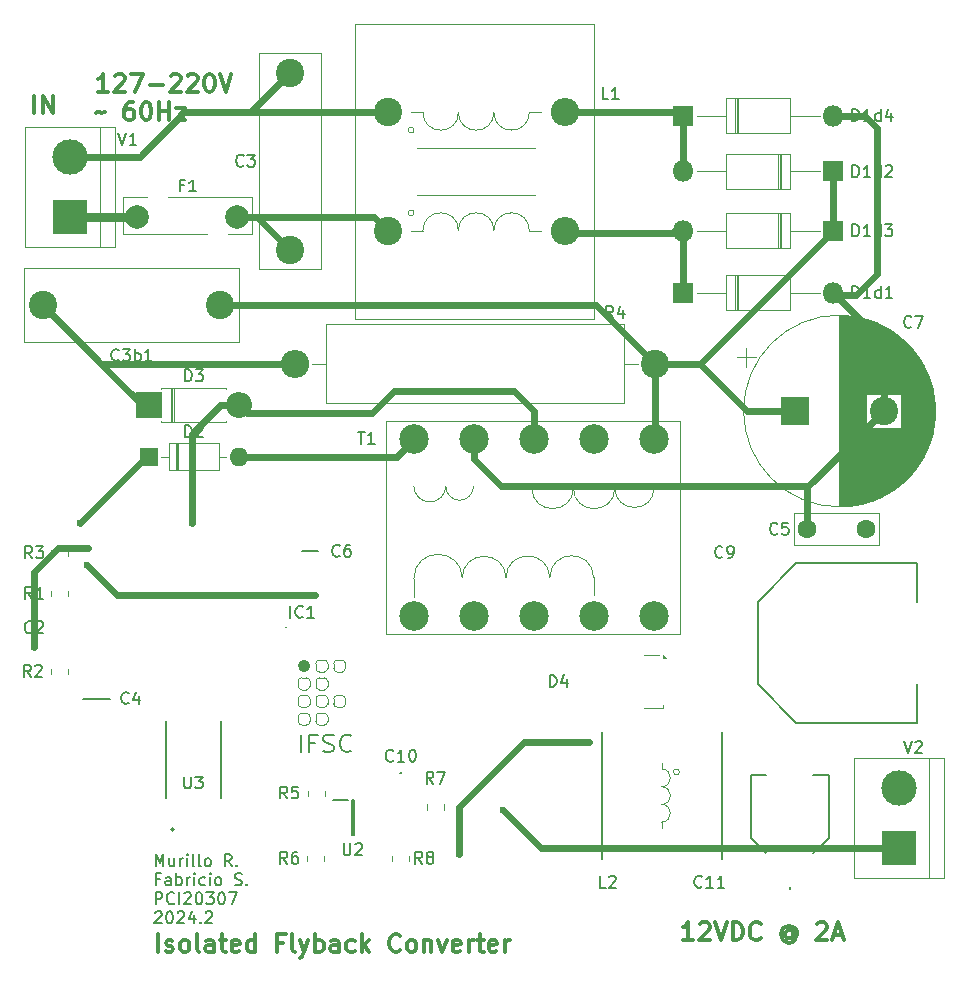
<source format=gbr>
%TF.GenerationSoftware,KiCad,Pcbnew,8.0.8*%
%TF.CreationDate,2025-03-04T11:57:41-03:00*%
%TF.ProjectId,switched_power_supply,73776974-6368-4656-945f-706f7765725f,rev?*%
%TF.SameCoordinates,Original*%
%TF.FileFunction,Legend,Top*%
%TF.FilePolarity,Positive*%
%FSLAX46Y46*%
G04 Gerber Fmt 4.6, Leading zero omitted, Abs format (unit mm)*
G04 Created by KiCad (PCBNEW 8.0.8) date 2025-03-04 11:57:41*
%MOMM*%
%LPD*%
G01*
G04 APERTURE LIST*
%ADD10C,0.100000*%
%ADD11C,0.550000*%
%ADD12C,0.300000*%
%ADD13C,0.200000*%
%ADD14C,0.150000*%
%ADD15C,0.120000*%
%ADD16C,0.127000*%
%TA.AperFunction,ComponentPad*%
%ADD17R,1.800000X1.800000*%
%TD*%
%TA.AperFunction,ComponentPad*%
%ADD18O,1.800000X1.800000*%
%TD*%
%TA.AperFunction,ComponentPad*%
%ADD19C,2.500000*%
%TD*%
%TA.AperFunction,ComponentPad*%
%ADD20R,3.000000X3.000000*%
%TD*%
%TA.AperFunction,ComponentPad*%
%ADD21C,3.000000*%
%TD*%
%TA.AperFunction,ComponentPad*%
%ADD22C,2.400000*%
%TD*%
%TA.AperFunction,ComponentPad*%
%ADD23O,2.400000X2.400000*%
%TD*%
%TA.AperFunction,ComponentPad*%
%ADD24R,1.600000X1.600000*%
%TD*%
%TA.AperFunction,ComponentPad*%
%ADD25O,1.600000X1.600000*%
%TD*%
%TA.AperFunction,ComponentPad*%
%ADD26R,2.400000X2.400000*%
%TD*%
%TA.AperFunction,ComponentPad*%
%ADD27R,2.200000X2.200000*%
%TD*%
%TA.AperFunction,ComponentPad*%
%ADD28O,2.200000X2.200000*%
%TD*%
%TA.AperFunction,ComponentPad*%
%ADD29C,2.000000*%
%TD*%
%TA.AperFunction,ComponentPad*%
%ADD30C,1.600000*%
%TD*%
%TA.AperFunction,ViaPad*%
%ADD31C,0.600000*%
%TD*%
%TA.AperFunction,Conductor*%
%ADD32C,0.600000*%
%TD*%
%TA.AperFunction,Conductor*%
%ADD33C,0.800000*%
%TD*%
G04 APERTURE END LIST*
D10*
X135112132Y-103587868D02*
G75*
G02*
X135412132Y-103887868I-32J-300032D01*
G01*
X131412132Y-108387868D02*
G75*
G02*
X131712132Y-108087932I299968J-32D01*
G01*
X132112132Y-105087868D02*
G75*
G02*
X132412132Y-105387868I-32J-300032D01*
G01*
X134412132Y-104287868D02*
X134412132Y-103887868D01*
X133912132Y-107287868D02*
G75*
G02*
X133612132Y-107587932I-300032J-32D01*
G01*
X133912132Y-108787868D02*
G75*
G02*
X133612132Y-109087932I-300032J-32D01*
G01*
X133212132Y-104587868D02*
G75*
G02*
X132912132Y-104287868I-32J299968D01*
G01*
X132912132Y-104287868D02*
X132912132Y-103887868D01*
X133212132Y-106587868D02*
X133612132Y-106587868D01*
X132912132Y-103887868D02*
G75*
G02*
X133212132Y-103587932I299968J-32D01*
G01*
X132912132Y-106887868D02*
G75*
G02*
X133212132Y-106587932I299968J-32D01*
G01*
X132112132Y-107587868D02*
X131712132Y-107587868D01*
X135112132Y-107587868D02*
X134712132Y-107587868D01*
X132912132Y-108387868D02*
G75*
G02*
X133212132Y-108087932I299968J-32D01*
G01*
X134712132Y-104587868D02*
G75*
G02*
X134412132Y-104287868I-32J299968D01*
G01*
X134412132Y-107287868D02*
X134412132Y-106887868D01*
X133912132Y-104287868D02*
G75*
G02*
X133612132Y-104587932I-300032J-32D01*
G01*
X135112132Y-106587868D02*
G75*
G02*
X135412132Y-106887868I-32J-300032D01*
G01*
X132112132Y-108087868D02*
G75*
G02*
X132412132Y-108387868I-32J-300032D01*
G01*
X132412132Y-105387868D02*
X132412132Y-105787868D01*
X134712132Y-103587868D02*
X135112132Y-103587868D01*
X133912132Y-108387868D02*
X133912132Y-108787868D01*
X133612132Y-108087868D02*
G75*
G02*
X133912132Y-108387868I-32J-300032D01*
G01*
X133612132Y-106087868D02*
X133212132Y-106087868D01*
X133912132Y-106887868D02*
X133912132Y-107287868D01*
D11*
X132187132Y-104087868D02*
G75*
G02*
X131637132Y-104087868I-275000J0D01*
G01*
X131637132Y-104087868D02*
G75*
G02*
X132187132Y-104087868I275000J0D01*
G01*
D10*
X134412132Y-107287868D02*
X134412132Y-106887868D01*
X134412132Y-104287868D02*
X134412132Y-103887868D01*
X132112132Y-106587868D02*
G75*
G02*
X132412132Y-106887868I-32J-300032D01*
G01*
X135412132Y-106887868D02*
X135412132Y-107287868D01*
X133612132Y-105087868D02*
G75*
G02*
X133912132Y-105387868I-32J-300032D01*
G01*
X134712132Y-104587868D02*
G75*
G02*
X134412132Y-104287868I-32J299968D01*
G01*
X132912132Y-105787868D02*
X132912132Y-105387868D01*
X133212132Y-108087868D02*
X133612132Y-108087868D01*
X131412132Y-105387868D02*
G75*
G02*
X131712132Y-105087932I299968J-32D01*
G01*
X132912132Y-108787868D02*
X132912132Y-108387868D01*
X131412132Y-108787868D02*
X131412132Y-108387868D01*
X135412132Y-103887868D02*
X135412132Y-104287868D01*
X134712132Y-106587868D02*
X135112132Y-106587868D01*
X135412132Y-107287868D02*
G75*
G02*
X135112132Y-107587932I-300032J-32D01*
G01*
X132412132Y-108387868D02*
X132412132Y-108787868D01*
X134712132Y-107587868D02*
G75*
G02*
X134412132Y-107287868I-32J299968D01*
G01*
X133612132Y-106587868D02*
G75*
G02*
X133912132Y-106887868I-32J-300032D01*
G01*
X134712132Y-107587868D02*
G75*
G02*
X134412132Y-107287868I-32J299968D01*
G01*
X134412132Y-106887868D02*
G75*
G02*
X134712132Y-106587932I299968J-32D01*
G01*
X135112132Y-104587868D02*
X134712132Y-104587868D01*
X133612132Y-103587868D02*
G75*
G02*
X133912132Y-103887868I-32J-300032D01*
G01*
X133212132Y-107587868D02*
G75*
G02*
X132912132Y-107287868I-32J299968D01*
G01*
X132912132Y-105387868D02*
G75*
G02*
X133212132Y-105087932I299968J-32D01*
G01*
X131412132Y-107287868D02*
X131412132Y-106887868D01*
X135412132Y-104287868D02*
G75*
G02*
X135112132Y-104587932I-300032J-32D01*
G01*
X131712132Y-109087868D02*
G75*
G02*
X131412132Y-108787868I-32J299968D01*
G01*
X133612132Y-107587868D02*
X133212132Y-107587868D01*
X134712132Y-106587868D02*
X135112132Y-106587868D01*
X134412132Y-106887868D02*
G75*
G02*
X134712132Y-106587932I299968J-32D01*
G01*
X131712132Y-105087868D02*
X132112132Y-105087868D01*
X135112132Y-104587868D02*
X134712132Y-104587868D01*
X134412132Y-103887868D02*
G75*
G02*
X134712132Y-103587932I299968J-32D01*
G01*
X132112132Y-106087868D02*
X131712132Y-106087868D01*
X133212132Y-106087868D02*
G75*
G02*
X132912132Y-105787868I-32J299968D01*
G01*
X131712132Y-108087868D02*
X132112132Y-108087868D01*
X133212132Y-103587868D02*
X133612132Y-103587868D01*
X131412132Y-105787868D02*
X131412132Y-105387868D01*
X133912132Y-105387868D02*
X133912132Y-105787868D01*
X132412132Y-105787868D02*
G75*
G02*
X132112132Y-106087932I-300032J-32D01*
G01*
X134712132Y-103587868D02*
X135112132Y-103587868D01*
X132412132Y-107287868D02*
G75*
G02*
X132112132Y-107587932I-300032J-32D01*
G01*
X132412132Y-106887868D02*
X132412132Y-107287868D01*
X131712132Y-106087868D02*
G75*
G02*
X131412132Y-105787868I-32J299968D01*
G01*
X135112132Y-106587868D02*
G75*
G02*
X135412132Y-106887868I-32J-300032D01*
G01*
X133212132Y-109087868D02*
G75*
G02*
X132912132Y-108787868I-32J299968D01*
G01*
X134412132Y-103887868D02*
G75*
G02*
X134712132Y-103587932I299968J-32D01*
G01*
X135412132Y-106887868D02*
X135412132Y-107287868D01*
X132912132Y-107287868D02*
X132912132Y-106887868D01*
X135112132Y-103587868D02*
G75*
G02*
X135412132Y-103887868I-32J-300032D01*
G01*
X133612132Y-104587868D02*
X133212132Y-104587868D01*
X131712132Y-107587868D02*
G75*
G02*
X131412132Y-107287868I-32J299968D01*
G01*
X133612132Y-109087868D02*
X133212132Y-109087868D01*
X133912132Y-105787868D02*
G75*
G02*
X133612132Y-106087932I-300032J-32D01*
G01*
X132112132Y-109087868D02*
X131712132Y-109087868D01*
X133912132Y-103887868D02*
X133912132Y-104287868D01*
X135412132Y-107287868D02*
G75*
G02*
X135112132Y-107587932I-300032J-32D01*
G01*
X135412132Y-104287868D02*
G75*
G02*
X135112132Y-104587932I-300032J-32D01*
G01*
X135412132Y-103887868D02*
X135412132Y-104287868D01*
X132412132Y-108787868D02*
G75*
G02*
X132112132Y-109087932I-300032J-32D01*
G01*
X135112132Y-107587868D02*
X134712132Y-107587868D01*
X133212132Y-105087868D02*
X133612132Y-105087868D01*
X131412132Y-106887868D02*
G75*
G02*
X131712132Y-106587932I299968J-32D01*
G01*
X131712132Y-106587868D02*
X132112132Y-106587868D01*
D12*
X119554510Y-128300828D02*
X119554510Y-126800828D01*
X120197368Y-128229400D02*
X120340225Y-128300828D01*
X120340225Y-128300828D02*
X120625939Y-128300828D01*
X120625939Y-128300828D02*
X120768796Y-128229400D01*
X120768796Y-128229400D02*
X120840225Y-128086542D01*
X120840225Y-128086542D02*
X120840225Y-128015114D01*
X120840225Y-128015114D02*
X120768796Y-127872257D01*
X120768796Y-127872257D02*
X120625939Y-127800828D01*
X120625939Y-127800828D02*
X120411654Y-127800828D01*
X120411654Y-127800828D02*
X120268796Y-127729400D01*
X120268796Y-127729400D02*
X120197368Y-127586542D01*
X120197368Y-127586542D02*
X120197368Y-127515114D01*
X120197368Y-127515114D02*
X120268796Y-127372257D01*
X120268796Y-127372257D02*
X120411654Y-127300828D01*
X120411654Y-127300828D02*
X120625939Y-127300828D01*
X120625939Y-127300828D02*
X120768796Y-127372257D01*
X121697368Y-128300828D02*
X121554511Y-128229400D01*
X121554511Y-128229400D02*
X121483082Y-128157971D01*
X121483082Y-128157971D02*
X121411654Y-128015114D01*
X121411654Y-128015114D02*
X121411654Y-127586542D01*
X121411654Y-127586542D02*
X121483082Y-127443685D01*
X121483082Y-127443685D02*
X121554511Y-127372257D01*
X121554511Y-127372257D02*
X121697368Y-127300828D01*
X121697368Y-127300828D02*
X121911654Y-127300828D01*
X121911654Y-127300828D02*
X122054511Y-127372257D01*
X122054511Y-127372257D02*
X122125940Y-127443685D01*
X122125940Y-127443685D02*
X122197368Y-127586542D01*
X122197368Y-127586542D02*
X122197368Y-128015114D01*
X122197368Y-128015114D02*
X122125940Y-128157971D01*
X122125940Y-128157971D02*
X122054511Y-128229400D01*
X122054511Y-128229400D02*
X121911654Y-128300828D01*
X121911654Y-128300828D02*
X121697368Y-128300828D01*
X123054511Y-128300828D02*
X122911654Y-128229400D01*
X122911654Y-128229400D02*
X122840225Y-128086542D01*
X122840225Y-128086542D02*
X122840225Y-126800828D01*
X124268797Y-128300828D02*
X124268797Y-127515114D01*
X124268797Y-127515114D02*
X124197368Y-127372257D01*
X124197368Y-127372257D02*
X124054511Y-127300828D01*
X124054511Y-127300828D02*
X123768797Y-127300828D01*
X123768797Y-127300828D02*
X123625939Y-127372257D01*
X124268797Y-128229400D02*
X124125939Y-128300828D01*
X124125939Y-128300828D02*
X123768797Y-128300828D01*
X123768797Y-128300828D02*
X123625939Y-128229400D01*
X123625939Y-128229400D02*
X123554511Y-128086542D01*
X123554511Y-128086542D02*
X123554511Y-127943685D01*
X123554511Y-127943685D02*
X123625939Y-127800828D01*
X123625939Y-127800828D02*
X123768797Y-127729400D01*
X123768797Y-127729400D02*
X124125939Y-127729400D01*
X124125939Y-127729400D02*
X124268797Y-127657971D01*
X124768797Y-127300828D02*
X125340225Y-127300828D01*
X124983082Y-126800828D02*
X124983082Y-128086542D01*
X124983082Y-128086542D02*
X125054511Y-128229400D01*
X125054511Y-128229400D02*
X125197368Y-128300828D01*
X125197368Y-128300828D02*
X125340225Y-128300828D01*
X126411654Y-128229400D02*
X126268797Y-128300828D01*
X126268797Y-128300828D02*
X125983083Y-128300828D01*
X125983083Y-128300828D02*
X125840225Y-128229400D01*
X125840225Y-128229400D02*
X125768797Y-128086542D01*
X125768797Y-128086542D02*
X125768797Y-127515114D01*
X125768797Y-127515114D02*
X125840225Y-127372257D01*
X125840225Y-127372257D02*
X125983083Y-127300828D01*
X125983083Y-127300828D02*
X126268797Y-127300828D01*
X126268797Y-127300828D02*
X126411654Y-127372257D01*
X126411654Y-127372257D02*
X126483083Y-127515114D01*
X126483083Y-127515114D02*
X126483083Y-127657971D01*
X126483083Y-127657971D02*
X125768797Y-127800828D01*
X127768797Y-128300828D02*
X127768797Y-126800828D01*
X127768797Y-128229400D02*
X127625939Y-128300828D01*
X127625939Y-128300828D02*
X127340225Y-128300828D01*
X127340225Y-128300828D02*
X127197368Y-128229400D01*
X127197368Y-128229400D02*
X127125939Y-128157971D01*
X127125939Y-128157971D02*
X127054511Y-128015114D01*
X127054511Y-128015114D02*
X127054511Y-127586542D01*
X127054511Y-127586542D02*
X127125939Y-127443685D01*
X127125939Y-127443685D02*
X127197368Y-127372257D01*
X127197368Y-127372257D02*
X127340225Y-127300828D01*
X127340225Y-127300828D02*
X127625939Y-127300828D01*
X127625939Y-127300828D02*
X127768797Y-127372257D01*
X130125939Y-127515114D02*
X129625939Y-127515114D01*
X129625939Y-128300828D02*
X129625939Y-126800828D01*
X129625939Y-126800828D02*
X130340225Y-126800828D01*
X131125939Y-128300828D02*
X130983082Y-128229400D01*
X130983082Y-128229400D02*
X130911653Y-128086542D01*
X130911653Y-128086542D02*
X130911653Y-126800828D01*
X131554510Y-127300828D02*
X131911653Y-128300828D01*
X132268796Y-127300828D02*
X131911653Y-128300828D01*
X131911653Y-128300828D02*
X131768796Y-128657971D01*
X131768796Y-128657971D02*
X131697367Y-128729400D01*
X131697367Y-128729400D02*
X131554510Y-128800828D01*
X132840224Y-128300828D02*
X132840224Y-126800828D01*
X132840224Y-127372257D02*
X132983082Y-127300828D01*
X132983082Y-127300828D02*
X133268796Y-127300828D01*
X133268796Y-127300828D02*
X133411653Y-127372257D01*
X133411653Y-127372257D02*
X133483082Y-127443685D01*
X133483082Y-127443685D02*
X133554510Y-127586542D01*
X133554510Y-127586542D02*
X133554510Y-128015114D01*
X133554510Y-128015114D02*
X133483082Y-128157971D01*
X133483082Y-128157971D02*
X133411653Y-128229400D01*
X133411653Y-128229400D02*
X133268796Y-128300828D01*
X133268796Y-128300828D02*
X132983082Y-128300828D01*
X132983082Y-128300828D02*
X132840224Y-128229400D01*
X134840225Y-128300828D02*
X134840225Y-127515114D01*
X134840225Y-127515114D02*
X134768796Y-127372257D01*
X134768796Y-127372257D02*
X134625939Y-127300828D01*
X134625939Y-127300828D02*
X134340225Y-127300828D01*
X134340225Y-127300828D02*
X134197367Y-127372257D01*
X134840225Y-128229400D02*
X134697367Y-128300828D01*
X134697367Y-128300828D02*
X134340225Y-128300828D01*
X134340225Y-128300828D02*
X134197367Y-128229400D01*
X134197367Y-128229400D02*
X134125939Y-128086542D01*
X134125939Y-128086542D02*
X134125939Y-127943685D01*
X134125939Y-127943685D02*
X134197367Y-127800828D01*
X134197367Y-127800828D02*
X134340225Y-127729400D01*
X134340225Y-127729400D02*
X134697367Y-127729400D01*
X134697367Y-127729400D02*
X134840225Y-127657971D01*
X136197368Y-128229400D02*
X136054510Y-128300828D01*
X136054510Y-128300828D02*
X135768796Y-128300828D01*
X135768796Y-128300828D02*
X135625939Y-128229400D01*
X135625939Y-128229400D02*
X135554510Y-128157971D01*
X135554510Y-128157971D02*
X135483082Y-128015114D01*
X135483082Y-128015114D02*
X135483082Y-127586542D01*
X135483082Y-127586542D02*
X135554510Y-127443685D01*
X135554510Y-127443685D02*
X135625939Y-127372257D01*
X135625939Y-127372257D02*
X135768796Y-127300828D01*
X135768796Y-127300828D02*
X136054510Y-127300828D01*
X136054510Y-127300828D02*
X136197368Y-127372257D01*
X136840224Y-128300828D02*
X136840224Y-126800828D01*
X136983082Y-127729400D02*
X137411653Y-128300828D01*
X137411653Y-127300828D02*
X136840224Y-127872257D01*
X140054510Y-128157971D02*
X139983082Y-128229400D01*
X139983082Y-128229400D02*
X139768796Y-128300828D01*
X139768796Y-128300828D02*
X139625939Y-128300828D01*
X139625939Y-128300828D02*
X139411653Y-128229400D01*
X139411653Y-128229400D02*
X139268796Y-128086542D01*
X139268796Y-128086542D02*
X139197367Y-127943685D01*
X139197367Y-127943685D02*
X139125939Y-127657971D01*
X139125939Y-127657971D02*
X139125939Y-127443685D01*
X139125939Y-127443685D02*
X139197367Y-127157971D01*
X139197367Y-127157971D02*
X139268796Y-127015114D01*
X139268796Y-127015114D02*
X139411653Y-126872257D01*
X139411653Y-126872257D02*
X139625939Y-126800828D01*
X139625939Y-126800828D02*
X139768796Y-126800828D01*
X139768796Y-126800828D02*
X139983082Y-126872257D01*
X139983082Y-126872257D02*
X140054510Y-126943685D01*
X140911653Y-128300828D02*
X140768796Y-128229400D01*
X140768796Y-128229400D02*
X140697367Y-128157971D01*
X140697367Y-128157971D02*
X140625939Y-128015114D01*
X140625939Y-128015114D02*
X140625939Y-127586542D01*
X140625939Y-127586542D02*
X140697367Y-127443685D01*
X140697367Y-127443685D02*
X140768796Y-127372257D01*
X140768796Y-127372257D02*
X140911653Y-127300828D01*
X140911653Y-127300828D02*
X141125939Y-127300828D01*
X141125939Y-127300828D02*
X141268796Y-127372257D01*
X141268796Y-127372257D02*
X141340225Y-127443685D01*
X141340225Y-127443685D02*
X141411653Y-127586542D01*
X141411653Y-127586542D02*
X141411653Y-128015114D01*
X141411653Y-128015114D02*
X141340225Y-128157971D01*
X141340225Y-128157971D02*
X141268796Y-128229400D01*
X141268796Y-128229400D02*
X141125939Y-128300828D01*
X141125939Y-128300828D02*
X140911653Y-128300828D01*
X142054510Y-127300828D02*
X142054510Y-128300828D01*
X142054510Y-127443685D02*
X142125939Y-127372257D01*
X142125939Y-127372257D02*
X142268796Y-127300828D01*
X142268796Y-127300828D02*
X142483082Y-127300828D01*
X142483082Y-127300828D02*
X142625939Y-127372257D01*
X142625939Y-127372257D02*
X142697368Y-127515114D01*
X142697368Y-127515114D02*
X142697368Y-128300828D01*
X143268796Y-127300828D02*
X143625939Y-128300828D01*
X143625939Y-128300828D02*
X143983082Y-127300828D01*
X145125939Y-128229400D02*
X144983082Y-128300828D01*
X144983082Y-128300828D02*
X144697368Y-128300828D01*
X144697368Y-128300828D02*
X144554510Y-128229400D01*
X144554510Y-128229400D02*
X144483082Y-128086542D01*
X144483082Y-128086542D02*
X144483082Y-127515114D01*
X144483082Y-127515114D02*
X144554510Y-127372257D01*
X144554510Y-127372257D02*
X144697368Y-127300828D01*
X144697368Y-127300828D02*
X144983082Y-127300828D01*
X144983082Y-127300828D02*
X145125939Y-127372257D01*
X145125939Y-127372257D02*
X145197368Y-127515114D01*
X145197368Y-127515114D02*
X145197368Y-127657971D01*
X145197368Y-127657971D02*
X144483082Y-127800828D01*
X145840224Y-128300828D02*
X145840224Y-127300828D01*
X145840224Y-127586542D02*
X145911653Y-127443685D01*
X145911653Y-127443685D02*
X145983082Y-127372257D01*
X145983082Y-127372257D02*
X146125939Y-127300828D01*
X146125939Y-127300828D02*
X146268796Y-127300828D01*
X146554510Y-127300828D02*
X147125938Y-127300828D01*
X146768795Y-126800828D02*
X146768795Y-128086542D01*
X146768795Y-128086542D02*
X146840224Y-128229400D01*
X146840224Y-128229400D02*
X146983081Y-128300828D01*
X146983081Y-128300828D02*
X147125938Y-128300828D01*
X148197367Y-128229400D02*
X148054510Y-128300828D01*
X148054510Y-128300828D02*
X147768796Y-128300828D01*
X147768796Y-128300828D02*
X147625938Y-128229400D01*
X147625938Y-128229400D02*
X147554510Y-128086542D01*
X147554510Y-128086542D02*
X147554510Y-127515114D01*
X147554510Y-127515114D02*
X147625938Y-127372257D01*
X147625938Y-127372257D02*
X147768796Y-127300828D01*
X147768796Y-127300828D02*
X148054510Y-127300828D01*
X148054510Y-127300828D02*
X148197367Y-127372257D01*
X148197367Y-127372257D02*
X148268796Y-127515114D01*
X148268796Y-127515114D02*
X148268796Y-127657971D01*
X148268796Y-127657971D02*
X147554510Y-127800828D01*
X148911652Y-128300828D02*
X148911652Y-127300828D01*
X148911652Y-127586542D02*
X148983081Y-127443685D01*
X148983081Y-127443685D02*
X149054510Y-127372257D01*
X149054510Y-127372257D02*
X149197367Y-127300828D01*
X149197367Y-127300828D02*
X149340224Y-127300828D01*
X115330225Y-55455912D02*
X114473082Y-55455912D01*
X114901653Y-55455912D02*
X114901653Y-53955912D01*
X114901653Y-53955912D02*
X114758796Y-54170198D01*
X114758796Y-54170198D02*
X114615939Y-54313055D01*
X114615939Y-54313055D02*
X114473082Y-54384484D01*
X115901653Y-54098769D02*
X115973081Y-54027341D01*
X115973081Y-54027341D02*
X116115939Y-53955912D01*
X116115939Y-53955912D02*
X116473081Y-53955912D01*
X116473081Y-53955912D02*
X116615939Y-54027341D01*
X116615939Y-54027341D02*
X116687367Y-54098769D01*
X116687367Y-54098769D02*
X116758796Y-54241626D01*
X116758796Y-54241626D02*
X116758796Y-54384484D01*
X116758796Y-54384484D02*
X116687367Y-54598769D01*
X116687367Y-54598769D02*
X115830224Y-55455912D01*
X115830224Y-55455912D02*
X116758796Y-55455912D01*
X117258795Y-53955912D02*
X118258795Y-53955912D01*
X118258795Y-53955912D02*
X117615938Y-55455912D01*
X118830223Y-54884484D02*
X119973081Y-54884484D01*
X120615938Y-54098769D02*
X120687366Y-54027341D01*
X120687366Y-54027341D02*
X120830224Y-53955912D01*
X120830224Y-53955912D02*
X121187366Y-53955912D01*
X121187366Y-53955912D02*
X121330224Y-54027341D01*
X121330224Y-54027341D02*
X121401652Y-54098769D01*
X121401652Y-54098769D02*
X121473081Y-54241626D01*
X121473081Y-54241626D02*
X121473081Y-54384484D01*
X121473081Y-54384484D02*
X121401652Y-54598769D01*
X121401652Y-54598769D02*
X120544509Y-55455912D01*
X120544509Y-55455912D02*
X121473081Y-55455912D01*
X122044509Y-54098769D02*
X122115937Y-54027341D01*
X122115937Y-54027341D02*
X122258795Y-53955912D01*
X122258795Y-53955912D02*
X122615937Y-53955912D01*
X122615937Y-53955912D02*
X122758795Y-54027341D01*
X122758795Y-54027341D02*
X122830223Y-54098769D01*
X122830223Y-54098769D02*
X122901652Y-54241626D01*
X122901652Y-54241626D02*
X122901652Y-54384484D01*
X122901652Y-54384484D02*
X122830223Y-54598769D01*
X122830223Y-54598769D02*
X121973080Y-55455912D01*
X121973080Y-55455912D02*
X122901652Y-55455912D01*
X123830223Y-53955912D02*
X123973080Y-53955912D01*
X123973080Y-53955912D02*
X124115937Y-54027341D01*
X124115937Y-54027341D02*
X124187366Y-54098769D01*
X124187366Y-54098769D02*
X124258794Y-54241626D01*
X124258794Y-54241626D02*
X124330223Y-54527341D01*
X124330223Y-54527341D02*
X124330223Y-54884484D01*
X124330223Y-54884484D02*
X124258794Y-55170198D01*
X124258794Y-55170198D02*
X124187366Y-55313055D01*
X124187366Y-55313055D02*
X124115937Y-55384484D01*
X124115937Y-55384484D02*
X123973080Y-55455912D01*
X123973080Y-55455912D02*
X123830223Y-55455912D01*
X123830223Y-55455912D02*
X123687366Y-55384484D01*
X123687366Y-55384484D02*
X123615937Y-55313055D01*
X123615937Y-55313055D02*
X123544508Y-55170198D01*
X123544508Y-55170198D02*
X123473080Y-54884484D01*
X123473080Y-54884484D02*
X123473080Y-54527341D01*
X123473080Y-54527341D02*
X123544508Y-54241626D01*
X123544508Y-54241626D02*
X123615937Y-54098769D01*
X123615937Y-54098769D02*
X123687366Y-54027341D01*
X123687366Y-54027341D02*
X123830223Y-53955912D01*
X124758794Y-53955912D02*
X125258794Y-55455912D01*
X125258794Y-55455912D02*
X125758794Y-53955912D01*
X114330225Y-57299400D02*
X114401653Y-57227971D01*
X114401653Y-57227971D02*
X114544510Y-57156542D01*
X114544510Y-57156542D02*
X114830225Y-57299400D01*
X114830225Y-57299400D02*
X114973082Y-57227971D01*
X114973082Y-57227971D02*
X115044510Y-57156542D01*
X117401654Y-56370828D02*
X117115939Y-56370828D01*
X117115939Y-56370828D02*
X116973082Y-56442257D01*
X116973082Y-56442257D02*
X116901654Y-56513685D01*
X116901654Y-56513685D02*
X116758796Y-56727971D01*
X116758796Y-56727971D02*
X116687368Y-57013685D01*
X116687368Y-57013685D02*
X116687368Y-57585114D01*
X116687368Y-57585114D02*
X116758796Y-57727971D01*
X116758796Y-57727971D02*
X116830225Y-57799400D01*
X116830225Y-57799400D02*
X116973082Y-57870828D01*
X116973082Y-57870828D02*
X117258796Y-57870828D01*
X117258796Y-57870828D02*
X117401654Y-57799400D01*
X117401654Y-57799400D02*
X117473082Y-57727971D01*
X117473082Y-57727971D02*
X117544511Y-57585114D01*
X117544511Y-57585114D02*
X117544511Y-57227971D01*
X117544511Y-57227971D02*
X117473082Y-57085114D01*
X117473082Y-57085114D02*
X117401654Y-57013685D01*
X117401654Y-57013685D02*
X117258796Y-56942257D01*
X117258796Y-56942257D02*
X116973082Y-56942257D01*
X116973082Y-56942257D02*
X116830225Y-57013685D01*
X116830225Y-57013685D02*
X116758796Y-57085114D01*
X116758796Y-57085114D02*
X116687368Y-57227971D01*
X118473082Y-56370828D02*
X118615939Y-56370828D01*
X118615939Y-56370828D02*
X118758796Y-56442257D01*
X118758796Y-56442257D02*
X118830225Y-56513685D01*
X118830225Y-56513685D02*
X118901653Y-56656542D01*
X118901653Y-56656542D02*
X118973082Y-56942257D01*
X118973082Y-56942257D02*
X118973082Y-57299400D01*
X118973082Y-57299400D02*
X118901653Y-57585114D01*
X118901653Y-57585114D02*
X118830225Y-57727971D01*
X118830225Y-57727971D02*
X118758796Y-57799400D01*
X118758796Y-57799400D02*
X118615939Y-57870828D01*
X118615939Y-57870828D02*
X118473082Y-57870828D01*
X118473082Y-57870828D02*
X118330225Y-57799400D01*
X118330225Y-57799400D02*
X118258796Y-57727971D01*
X118258796Y-57727971D02*
X118187367Y-57585114D01*
X118187367Y-57585114D02*
X118115939Y-57299400D01*
X118115939Y-57299400D02*
X118115939Y-56942257D01*
X118115939Y-56942257D02*
X118187367Y-56656542D01*
X118187367Y-56656542D02*
X118258796Y-56513685D01*
X118258796Y-56513685D02*
X118330225Y-56442257D01*
X118330225Y-56442257D02*
X118473082Y-56370828D01*
X119615938Y-57870828D02*
X119615938Y-56370828D01*
X119615938Y-57085114D02*
X120473081Y-57085114D01*
X120473081Y-57870828D02*
X120473081Y-56370828D01*
X121044510Y-56870828D02*
X121830225Y-56870828D01*
X121830225Y-56870828D02*
X121044510Y-57870828D01*
X121044510Y-57870828D02*
X121830225Y-57870828D01*
D13*
X131619274Y-111393896D02*
X131619274Y-109893896D01*
X132833560Y-110608182D02*
X132333560Y-110608182D01*
X132333560Y-111393896D02*
X132333560Y-109893896D01*
X132333560Y-109893896D02*
X133047846Y-109893896D01*
X133547846Y-111322468D02*
X133762132Y-111393896D01*
X133762132Y-111393896D02*
X134119274Y-111393896D01*
X134119274Y-111393896D02*
X134262132Y-111322468D01*
X134262132Y-111322468D02*
X134333560Y-111251039D01*
X134333560Y-111251039D02*
X134404989Y-111108182D01*
X134404989Y-111108182D02*
X134404989Y-110965325D01*
X134404989Y-110965325D02*
X134333560Y-110822468D01*
X134333560Y-110822468D02*
X134262132Y-110751039D01*
X134262132Y-110751039D02*
X134119274Y-110679610D01*
X134119274Y-110679610D02*
X133833560Y-110608182D01*
X133833560Y-110608182D02*
X133690703Y-110536753D01*
X133690703Y-110536753D02*
X133619274Y-110465325D01*
X133619274Y-110465325D02*
X133547846Y-110322468D01*
X133547846Y-110322468D02*
X133547846Y-110179610D01*
X133547846Y-110179610D02*
X133619274Y-110036753D01*
X133619274Y-110036753D02*
X133690703Y-109965325D01*
X133690703Y-109965325D02*
X133833560Y-109893896D01*
X133833560Y-109893896D02*
X134190703Y-109893896D01*
X134190703Y-109893896D02*
X134404989Y-109965325D01*
X135904988Y-111251039D02*
X135833560Y-111322468D01*
X135833560Y-111322468D02*
X135619274Y-111393896D01*
X135619274Y-111393896D02*
X135476417Y-111393896D01*
X135476417Y-111393896D02*
X135262131Y-111322468D01*
X135262131Y-111322468D02*
X135119274Y-111179610D01*
X135119274Y-111179610D02*
X135047845Y-111036753D01*
X135047845Y-111036753D02*
X134976417Y-110751039D01*
X134976417Y-110751039D02*
X134976417Y-110536753D01*
X134976417Y-110536753D02*
X135047845Y-110251039D01*
X135047845Y-110251039D02*
X135119274Y-110108182D01*
X135119274Y-110108182D02*
X135262131Y-109965325D01*
X135262131Y-109965325D02*
X135476417Y-109893896D01*
X135476417Y-109893896D02*
X135619274Y-109893896D01*
X135619274Y-109893896D02*
X135833560Y-109965325D01*
X135833560Y-109965325D02*
X135904988Y-110036753D01*
D12*
X164840225Y-127300828D02*
X163983082Y-127300828D01*
X164411653Y-127300828D02*
X164411653Y-125800828D01*
X164411653Y-125800828D02*
X164268796Y-126015114D01*
X164268796Y-126015114D02*
X164125939Y-126157971D01*
X164125939Y-126157971D02*
X163983082Y-126229400D01*
X165411653Y-125943685D02*
X165483081Y-125872257D01*
X165483081Y-125872257D02*
X165625939Y-125800828D01*
X165625939Y-125800828D02*
X165983081Y-125800828D01*
X165983081Y-125800828D02*
X166125939Y-125872257D01*
X166125939Y-125872257D02*
X166197367Y-125943685D01*
X166197367Y-125943685D02*
X166268796Y-126086542D01*
X166268796Y-126086542D02*
X166268796Y-126229400D01*
X166268796Y-126229400D02*
X166197367Y-126443685D01*
X166197367Y-126443685D02*
X165340224Y-127300828D01*
X165340224Y-127300828D02*
X166268796Y-127300828D01*
X166697367Y-125800828D02*
X167197367Y-127300828D01*
X167197367Y-127300828D02*
X167697367Y-125800828D01*
X168197366Y-127300828D02*
X168197366Y-125800828D01*
X168197366Y-125800828D02*
X168554509Y-125800828D01*
X168554509Y-125800828D02*
X168768795Y-125872257D01*
X168768795Y-125872257D02*
X168911652Y-126015114D01*
X168911652Y-126015114D02*
X168983081Y-126157971D01*
X168983081Y-126157971D02*
X169054509Y-126443685D01*
X169054509Y-126443685D02*
X169054509Y-126657971D01*
X169054509Y-126657971D02*
X168983081Y-126943685D01*
X168983081Y-126943685D02*
X168911652Y-127086542D01*
X168911652Y-127086542D02*
X168768795Y-127229400D01*
X168768795Y-127229400D02*
X168554509Y-127300828D01*
X168554509Y-127300828D02*
X168197366Y-127300828D01*
X170554509Y-127157971D02*
X170483081Y-127229400D01*
X170483081Y-127229400D02*
X170268795Y-127300828D01*
X170268795Y-127300828D02*
X170125938Y-127300828D01*
X170125938Y-127300828D02*
X169911652Y-127229400D01*
X169911652Y-127229400D02*
X169768795Y-127086542D01*
X169768795Y-127086542D02*
X169697366Y-126943685D01*
X169697366Y-126943685D02*
X169625938Y-126657971D01*
X169625938Y-126657971D02*
X169625938Y-126443685D01*
X169625938Y-126443685D02*
X169697366Y-126157971D01*
X169697366Y-126157971D02*
X169768795Y-126015114D01*
X169768795Y-126015114D02*
X169911652Y-125872257D01*
X169911652Y-125872257D02*
X170125938Y-125800828D01*
X170125938Y-125800828D02*
X170268795Y-125800828D01*
X170268795Y-125800828D02*
X170483081Y-125872257D01*
X170483081Y-125872257D02*
X170554509Y-125943685D01*
X173268795Y-126586542D02*
X173197366Y-126515114D01*
X173197366Y-126515114D02*
X173054509Y-126443685D01*
X173054509Y-126443685D02*
X172911652Y-126443685D01*
X172911652Y-126443685D02*
X172768795Y-126515114D01*
X172768795Y-126515114D02*
X172697366Y-126586542D01*
X172697366Y-126586542D02*
X172625938Y-126729400D01*
X172625938Y-126729400D02*
X172625938Y-126872257D01*
X172625938Y-126872257D02*
X172697366Y-127015114D01*
X172697366Y-127015114D02*
X172768795Y-127086542D01*
X172768795Y-127086542D02*
X172911652Y-127157971D01*
X172911652Y-127157971D02*
X173054509Y-127157971D01*
X173054509Y-127157971D02*
X173197366Y-127086542D01*
X173197366Y-127086542D02*
X173268795Y-127015114D01*
X173268795Y-126443685D02*
X173268795Y-127015114D01*
X173268795Y-127015114D02*
X173340223Y-127086542D01*
X173340223Y-127086542D02*
X173411652Y-127086542D01*
X173411652Y-127086542D02*
X173554509Y-127015114D01*
X173554509Y-127015114D02*
X173625938Y-126872257D01*
X173625938Y-126872257D02*
X173625938Y-126515114D01*
X173625938Y-126515114D02*
X173483081Y-126300828D01*
X173483081Y-126300828D02*
X173268795Y-126157971D01*
X173268795Y-126157971D02*
X172983081Y-126086542D01*
X172983081Y-126086542D02*
X172697366Y-126157971D01*
X172697366Y-126157971D02*
X172483081Y-126300828D01*
X172483081Y-126300828D02*
X172340223Y-126515114D01*
X172340223Y-126515114D02*
X172268795Y-126800828D01*
X172268795Y-126800828D02*
X172340223Y-127086542D01*
X172340223Y-127086542D02*
X172483081Y-127300828D01*
X172483081Y-127300828D02*
X172697366Y-127443685D01*
X172697366Y-127443685D02*
X172983081Y-127515114D01*
X172983081Y-127515114D02*
X173268795Y-127443685D01*
X173268795Y-127443685D02*
X173483081Y-127300828D01*
X175340223Y-125943685D02*
X175411651Y-125872257D01*
X175411651Y-125872257D02*
X175554509Y-125800828D01*
X175554509Y-125800828D02*
X175911651Y-125800828D01*
X175911651Y-125800828D02*
X176054509Y-125872257D01*
X176054509Y-125872257D02*
X176125937Y-125943685D01*
X176125937Y-125943685D02*
X176197366Y-126086542D01*
X176197366Y-126086542D02*
X176197366Y-126229400D01*
X176197366Y-126229400D02*
X176125937Y-126443685D01*
X176125937Y-126443685D02*
X175268794Y-127300828D01*
X175268794Y-127300828D02*
X176197366Y-127300828D01*
X176768794Y-126872257D02*
X177483080Y-126872257D01*
X176625937Y-127300828D02*
X177125937Y-125800828D01*
X177125937Y-125800828D02*
X177625937Y-127300828D01*
X109054510Y-57300828D02*
X109054510Y-55800828D01*
X109768796Y-57300828D02*
X109768796Y-55800828D01*
X109768796Y-55800828D02*
X110625939Y-57300828D01*
X110625939Y-57300828D02*
X110625939Y-55800828D01*
D14*
X119336779Y-121039987D02*
X119336779Y-120039987D01*
X119336779Y-120039987D02*
X119670112Y-120754272D01*
X119670112Y-120754272D02*
X120003445Y-120039987D01*
X120003445Y-120039987D02*
X120003445Y-121039987D01*
X120908207Y-120373320D02*
X120908207Y-121039987D01*
X120479636Y-120373320D02*
X120479636Y-120897129D01*
X120479636Y-120897129D02*
X120527255Y-120992368D01*
X120527255Y-120992368D02*
X120622493Y-121039987D01*
X120622493Y-121039987D02*
X120765350Y-121039987D01*
X120765350Y-121039987D02*
X120860588Y-120992368D01*
X120860588Y-120992368D02*
X120908207Y-120944748D01*
X121384398Y-121039987D02*
X121384398Y-120373320D01*
X121384398Y-120563796D02*
X121432017Y-120468558D01*
X121432017Y-120468558D02*
X121479636Y-120420939D01*
X121479636Y-120420939D02*
X121574874Y-120373320D01*
X121574874Y-120373320D02*
X121670112Y-120373320D01*
X122003446Y-121039987D02*
X122003446Y-120373320D01*
X122003446Y-120039987D02*
X121955827Y-120087606D01*
X121955827Y-120087606D02*
X122003446Y-120135225D01*
X122003446Y-120135225D02*
X122051065Y-120087606D01*
X122051065Y-120087606D02*
X122003446Y-120039987D01*
X122003446Y-120039987D02*
X122003446Y-120135225D01*
X122622493Y-121039987D02*
X122527255Y-120992368D01*
X122527255Y-120992368D02*
X122479636Y-120897129D01*
X122479636Y-120897129D02*
X122479636Y-120039987D01*
X123146303Y-121039987D02*
X123051065Y-120992368D01*
X123051065Y-120992368D02*
X123003446Y-120897129D01*
X123003446Y-120897129D02*
X123003446Y-120039987D01*
X123670113Y-121039987D02*
X123574875Y-120992368D01*
X123574875Y-120992368D02*
X123527256Y-120944748D01*
X123527256Y-120944748D02*
X123479637Y-120849510D01*
X123479637Y-120849510D02*
X123479637Y-120563796D01*
X123479637Y-120563796D02*
X123527256Y-120468558D01*
X123527256Y-120468558D02*
X123574875Y-120420939D01*
X123574875Y-120420939D02*
X123670113Y-120373320D01*
X123670113Y-120373320D02*
X123812970Y-120373320D01*
X123812970Y-120373320D02*
X123908208Y-120420939D01*
X123908208Y-120420939D02*
X123955827Y-120468558D01*
X123955827Y-120468558D02*
X124003446Y-120563796D01*
X124003446Y-120563796D02*
X124003446Y-120849510D01*
X124003446Y-120849510D02*
X123955827Y-120944748D01*
X123955827Y-120944748D02*
X123908208Y-120992368D01*
X123908208Y-120992368D02*
X123812970Y-121039987D01*
X123812970Y-121039987D02*
X123670113Y-121039987D01*
X125765351Y-121039987D02*
X125432018Y-120563796D01*
X125193923Y-121039987D02*
X125193923Y-120039987D01*
X125193923Y-120039987D02*
X125574875Y-120039987D01*
X125574875Y-120039987D02*
X125670113Y-120087606D01*
X125670113Y-120087606D02*
X125717732Y-120135225D01*
X125717732Y-120135225D02*
X125765351Y-120230463D01*
X125765351Y-120230463D02*
X125765351Y-120373320D01*
X125765351Y-120373320D02*
X125717732Y-120468558D01*
X125717732Y-120468558D02*
X125670113Y-120516177D01*
X125670113Y-120516177D02*
X125574875Y-120563796D01*
X125574875Y-120563796D02*
X125193923Y-120563796D01*
X126193923Y-120944748D02*
X126241542Y-120992368D01*
X126241542Y-120992368D02*
X126193923Y-121039987D01*
X126193923Y-121039987D02*
X126146304Y-120992368D01*
X126146304Y-120992368D02*
X126193923Y-120944748D01*
X126193923Y-120944748D02*
X126193923Y-121039987D01*
X119670112Y-122126121D02*
X119336779Y-122126121D01*
X119336779Y-122649931D02*
X119336779Y-121649931D01*
X119336779Y-121649931D02*
X119812969Y-121649931D01*
X120622493Y-122649931D02*
X120622493Y-122126121D01*
X120622493Y-122126121D02*
X120574874Y-122030883D01*
X120574874Y-122030883D02*
X120479636Y-121983264D01*
X120479636Y-121983264D02*
X120289160Y-121983264D01*
X120289160Y-121983264D02*
X120193922Y-122030883D01*
X120622493Y-122602312D02*
X120527255Y-122649931D01*
X120527255Y-122649931D02*
X120289160Y-122649931D01*
X120289160Y-122649931D02*
X120193922Y-122602312D01*
X120193922Y-122602312D02*
X120146303Y-122507073D01*
X120146303Y-122507073D02*
X120146303Y-122411835D01*
X120146303Y-122411835D02*
X120193922Y-122316597D01*
X120193922Y-122316597D02*
X120289160Y-122268978D01*
X120289160Y-122268978D02*
X120527255Y-122268978D01*
X120527255Y-122268978D02*
X120622493Y-122221359D01*
X121098684Y-122649931D02*
X121098684Y-121649931D01*
X121098684Y-122030883D02*
X121193922Y-121983264D01*
X121193922Y-121983264D02*
X121384398Y-121983264D01*
X121384398Y-121983264D02*
X121479636Y-122030883D01*
X121479636Y-122030883D02*
X121527255Y-122078502D01*
X121527255Y-122078502D02*
X121574874Y-122173740D01*
X121574874Y-122173740D02*
X121574874Y-122459454D01*
X121574874Y-122459454D02*
X121527255Y-122554692D01*
X121527255Y-122554692D02*
X121479636Y-122602312D01*
X121479636Y-122602312D02*
X121384398Y-122649931D01*
X121384398Y-122649931D02*
X121193922Y-122649931D01*
X121193922Y-122649931D02*
X121098684Y-122602312D01*
X122003446Y-122649931D02*
X122003446Y-121983264D01*
X122003446Y-122173740D02*
X122051065Y-122078502D01*
X122051065Y-122078502D02*
X122098684Y-122030883D01*
X122098684Y-122030883D02*
X122193922Y-121983264D01*
X122193922Y-121983264D02*
X122289160Y-121983264D01*
X122622494Y-122649931D02*
X122622494Y-121983264D01*
X122622494Y-121649931D02*
X122574875Y-121697550D01*
X122574875Y-121697550D02*
X122622494Y-121745169D01*
X122622494Y-121745169D02*
X122670113Y-121697550D01*
X122670113Y-121697550D02*
X122622494Y-121649931D01*
X122622494Y-121649931D02*
X122622494Y-121745169D01*
X123527255Y-122602312D02*
X123432017Y-122649931D01*
X123432017Y-122649931D02*
X123241541Y-122649931D01*
X123241541Y-122649931D02*
X123146303Y-122602312D01*
X123146303Y-122602312D02*
X123098684Y-122554692D01*
X123098684Y-122554692D02*
X123051065Y-122459454D01*
X123051065Y-122459454D02*
X123051065Y-122173740D01*
X123051065Y-122173740D02*
X123098684Y-122078502D01*
X123098684Y-122078502D02*
X123146303Y-122030883D01*
X123146303Y-122030883D02*
X123241541Y-121983264D01*
X123241541Y-121983264D02*
X123432017Y-121983264D01*
X123432017Y-121983264D02*
X123527255Y-122030883D01*
X123955827Y-122649931D02*
X123955827Y-121983264D01*
X123955827Y-121649931D02*
X123908208Y-121697550D01*
X123908208Y-121697550D02*
X123955827Y-121745169D01*
X123955827Y-121745169D02*
X124003446Y-121697550D01*
X124003446Y-121697550D02*
X123955827Y-121649931D01*
X123955827Y-121649931D02*
X123955827Y-121745169D01*
X124574874Y-122649931D02*
X124479636Y-122602312D01*
X124479636Y-122602312D02*
X124432017Y-122554692D01*
X124432017Y-122554692D02*
X124384398Y-122459454D01*
X124384398Y-122459454D02*
X124384398Y-122173740D01*
X124384398Y-122173740D02*
X124432017Y-122078502D01*
X124432017Y-122078502D02*
X124479636Y-122030883D01*
X124479636Y-122030883D02*
X124574874Y-121983264D01*
X124574874Y-121983264D02*
X124717731Y-121983264D01*
X124717731Y-121983264D02*
X124812969Y-122030883D01*
X124812969Y-122030883D02*
X124860588Y-122078502D01*
X124860588Y-122078502D02*
X124908207Y-122173740D01*
X124908207Y-122173740D02*
X124908207Y-122459454D01*
X124908207Y-122459454D02*
X124860588Y-122554692D01*
X124860588Y-122554692D02*
X124812969Y-122602312D01*
X124812969Y-122602312D02*
X124717731Y-122649931D01*
X124717731Y-122649931D02*
X124574874Y-122649931D01*
X126051065Y-122602312D02*
X126193922Y-122649931D01*
X126193922Y-122649931D02*
X126432017Y-122649931D01*
X126432017Y-122649931D02*
X126527255Y-122602312D01*
X126527255Y-122602312D02*
X126574874Y-122554692D01*
X126574874Y-122554692D02*
X126622493Y-122459454D01*
X126622493Y-122459454D02*
X126622493Y-122364216D01*
X126622493Y-122364216D02*
X126574874Y-122268978D01*
X126574874Y-122268978D02*
X126527255Y-122221359D01*
X126527255Y-122221359D02*
X126432017Y-122173740D01*
X126432017Y-122173740D02*
X126241541Y-122126121D01*
X126241541Y-122126121D02*
X126146303Y-122078502D01*
X126146303Y-122078502D02*
X126098684Y-122030883D01*
X126098684Y-122030883D02*
X126051065Y-121935645D01*
X126051065Y-121935645D02*
X126051065Y-121840407D01*
X126051065Y-121840407D02*
X126098684Y-121745169D01*
X126098684Y-121745169D02*
X126146303Y-121697550D01*
X126146303Y-121697550D02*
X126241541Y-121649931D01*
X126241541Y-121649931D02*
X126479636Y-121649931D01*
X126479636Y-121649931D02*
X126622493Y-121697550D01*
X127051065Y-122554692D02*
X127098684Y-122602312D01*
X127098684Y-122602312D02*
X127051065Y-122649931D01*
X127051065Y-122649931D02*
X127003446Y-122602312D01*
X127003446Y-122602312D02*
X127051065Y-122554692D01*
X127051065Y-122554692D02*
X127051065Y-122649931D01*
X119336779Y-124259875D02*
X119336779Y-123259875D01*
X119336779Y-123259875D02*
X119717731Y-123259875D01*
X119717731Y-123259875D02*
X119812969Y-123307494D01*
X119812969Y-123307494D02*
X119860588Y-123355113D01*
X119860588Y-123355113D02*
X119908207Y-123450351D01*
X119908207Y-123450351D02*
X119908207Y-123593208D01*
X119908207Y-123593208D02*
X119860588Y-123688446D01*
X119860588Y-123688446D02*
X119812969Y-123736065D01*
X119812969Y-123736065D02*
X119717731Y-123783684D01*
X119717731Y-123783684D02*
X119336779Y-123783684D01*
X120908207Y-124164636D02*
X120860588Y-124212256D01*
X120860588Y-124212256D02*
X120717731Y-124259875D01*
X120717731Y-124259875D02*
X120622493Y-124259875D01*
X120622493Y-124259875D02*
X120479636Y-124212256D01*
X120479636Y-124212256D02*
X120384398Y-124117017D01*
X120384398Y-124117017D02*
X120336779Y-124021779D01*
X120336779Y-124021779D02*
X120289160Y-123831303D01*
X120289160Y-123831303D02*
X120289160Y-123688446D01*
X120289160Y-123688446D02*
X120336779Y-123497970D01*
X120336779Y-123497970D02*
X120384398Y-123402732D01*
X120384398Y-123402732D02*
X120479636Y-123307494D01*
X120479636Y-123307494D02*
X120622493Y-123259875D01*
X120622493Y-123259875D02*
X120717731Y-123259875D01*
X120717731Y-123259875D02*
X120860588Y-123307494D01*
X120860588Y-123307494D02*
X120908207Y-123355113D01*
X121336779Y-124259875D02*
X121336779Y-123259875D01*
X121765350Y-123355113D02*
X121812969Y-123307494D01*
X121812969Y-123307494D02*
X121908207Y-123259875D01*
X121908207Y-123259875D02*
X122146302Y-123259875D01*
X122146302Y-123259875D02*
X122241540Y-123307494D01*
X122241540Y-123307494D02*
X122289159Y-123355113D01*
X122289159Y-123355113D02*
X122336778Y-123450351D01*
X122336778Y-123450351D02*
X122336778Y-123545589D01*
X122336778Y-123545589D02*
X122289159Y-123688446D01*
X122289159Y-123688446D02*
X121717731Y-124259875D01*
X121717731Y-124259875D02*
X122336778Y-124259875D01*
X122955826Y-123259875D02*
X123051064Y-123259875D01*
X123051064Y-123259875D02*
X123146302Y-123307494D01*
X123146302Y-123307494D02*
X123193921Y-123355113D01*
X123193921Y-123355113D02*
X123241540Y-123450351D01*
X123241540Y-123450351D02*
X123289159Y-123640827D01*
X123289159Y-123640827D02*
X123289159Y-123878922D01*
X123289159Y-123878922D02*
X123241540Y-124069398D01*
X123241540Y-124069398D02*
X123193921Y-124164636D01*
X123193921Y-124164636D02*
X123146302Y-124212256D01*
X123146302Y-124212256D02*
X123051064Y-124259875D01*
X123051064Y-124259875D02*
X122955826Y-124259875D01*
X122955826Y-124259875D02*
X122860588Y-124212256D01*
X122860588Y-124212256D02*
X122812969Y-124164636D01*
X122812969Y-124164636D02*
X122765350Y-124069398D01*
X122765350Y-124069398D02*
X122717731Y-123878922D01*
X122717731Y-123878922D02*
X122717731Y-123640827D01*
X122717731Y-123640827D02*
X122765350Y-123450351D01*
X122765350Y-123450351D02*
X122812969Y-123355113D01*
X122812969Y-123355113D02*
X122860588Y-123307494D01*
X122860588Y-123307494D02*
X122955826Y-123259875D01*
X123622493Y-123259875D02*
X124241540Y-123259875D01*
X124241540Y-123259875D02*
X123908207Y-123640827D01*
X123908207Y-123640827D02*
X124051064Y-123640827D01*
X124051064Y-123640827D02*
X124146302Y-123688446D01*
X124146302Y-123688446D02*
X124193921Y-123736065D01*
X124193921Y-123736065D02*
X124241540Y-123831303D01*
X124241540Y-123831303D02*
X124241540Y-124069398D01*
X124241540Y-124069398D02*
X124193921Y-124164636D01*
X124193921Y-124164636D02*
X124146302Y-124212256D01*
X124146302Y-124212256D02*
X124051064Y-124259875D01*
X124051064Y-124259875D02*
X123765350Y-124259875D01*
X123765350Y-124259875D02*
X123670112Y-124212256D01*
X123670112Y-124212256D02*
X123622493Y-124164636D01*
X124860588Y-123259875D02*
X124955826Y-123259875D01*
X124955826Y-123259875D02*
X125051064Y-123307494D01*
X125051064Y-123307494D02*
X125098683Y-123355113D01*
X125098683Y-123355113D02*
X125146302Y-123450351D01*
X125146302Y-123450351D02*
X125193921Y-123640827D01*
X125193921Y-123640827D02*
X125193921Y-123878922D01*
X125193921Y-123878922D02*
X125146302Y-124069398D01*
X125146302Y-124069398D02*
X125098683Y-124164636D01*
X125098683Y-124164636D02*
X125051064Y-124212256D01*
X125051064Y-124212256D02*
X124955826Y-124259875D01*
X124955826Y-124259875D02*
X124860588Y-124259875D01*
X124860588Y-124259875D02*
X124765350Y-124212256D01*
X124765350Y-124212256D02*
X124717731Y-124164636D01*
X124717731Y-124164636D02*
X124670112Y-124069398D01*
X124670112Y-124069398D02*
X124622493Y-123878922D01*
X124622493Y-123878922D02*
X124622493Y-123640827D01*
X124622493Y-123640827D02*
X124670112Y-123450351D01*
X124670112Y-123450351D02*
X124717731Y-123355113D01*
X124717731Y-123355113D02*
X124765350Y-123307494D01*
X124765350Y-123307494D02*
X124860588Y-123259875D01*
X125527255Y-123259875D02*
X126193921Y-123259875D01*
X126193921Y-123259875D02*
X125765350Y-124259875D01*
X119289160Y-124965057D02*
X119336779Y-124917438D01*
X119336779Y-124917438D02*
X119432017Y-124869819D01*
X119432017Y-124869819D02*
X119670112Y-124869819D01*
X119670112Y-124869819D02*
X119765350Y-124917438D01*
X119765350Y-124917438D02*
X119812969Y-124965057D01*
X119812969Y-124965057D02*
X119860588Y-125060295D01*
X119860588Y-125060295D02*
X119860588Y-125155533D01*
X119860588Y-125155533D02*
X119812969Y-125298390D01*
X119812969Y-125298390D02*
X119241541Y-125869819D01*
X119241541Y-125869819D02*
X119860588Y-125869819D01*
X120479636Y-124869819D02*
X120574874Y-124869819D01*
X120574874Y-124869819D02*
X120670112Y-124917438D01*
X120670112Y-124917438D02*
X120717731Y-124965057D01*
X120717731Y-124965057D02*
X120765350Y-125060295D01*
X120765350Y-125060295D02*
X120812969Y-125250771D01*
X120812969Y-125250771D02*
X120812969Y-125488866D01*
X120812969Y-125488866D02*
X120765350Y-125679342D01*
X120765350Y-125679342D02*
X120717731Y-125774580D01*
X120717731Y-125774580D02*
X120670112Y-125822200D01*
X120670112Y-125822200D02*
X120574874Y-125869819D01*
X120574874Y-125869819D02*
X120479636Y-125869819D01*
X120479636Y-125869819D02*
X120384398Y-125822200D01*
X120384398Y-125822200D02*
X120336779Y-125774580D01*
X120336779Y-125774580D02*
X120289160Y-125679342D01*
X120289160Y-125679342D02*
X120241541Y-125488866D01*
X120241541Y-125488866D02*
X120241541Y-125250771D01*
X120241541Y-125250771D02*
X120289160Y-125060295D01*
X120289160Y-125060295D02*
X120336779Y-124965057D01*
X120336779Y-124965057D02*
X120384398Y-124917438D01*
X120384398Y-124917438D02*
X120479636Y-124869819D01*
X121193922Y-124965057D02*
X121241541Y-124917438D01*
X121241541Y-124917438D02*
X121336779Y-124869819D01*
X121336779Y-124869819D02*
X121574874Y-124869819D01*
X121574874Y-124869819D02*
X121670112Y-124917438D01*
X121670112Y-124917438D02*
X121717731Y-124965057D01*
X121717731Y-124965057D02*
X121765350Y-125060295D01*
X121765350Y-125060295D02*
X121765350Y-125155533D01*
X121765350Y-125155533D02*
X121717731Y-125298390D01*
X121717731Y-125298390D02*
X121146303Y-125869819D01*
X121146303Y-125869819D02*
X121765350Y-125869819D01*
X122622493Y-125203152D02*
X122622493Y-125869819D01*
X122384398Y-124822200D02*
X122146303Y-125536485D01*
X122146303Y-125536485D02*
X122765350Y-125536485D01*
X123146303Y-125774580D02*
X123193922Y-125822200D01*
X123193922Y-125822200D02*
X123146303Y-125869819D01*
X123146303Y-125869819D02*
X123098684Y-125822200D01*
X123098684Y-125822200D02*
X123146303Y-125774580D01*
X123146303Y-125774580D02*
X123146303Y-125869819D01*
X123574874Y-124965057D02*
X123622493Y-124917438D01*
X123622493Y-124917438D02*
X123717731Y-124869819D01*
X123717731Y-124869819D02*
X123955826Y-124869819D01*
X123955826Y-124869819D02*
X124051064Y-124917438D01*
X124051064Y-124917438D02*
X124098683Y-124965057D01*
X124098683Y-124965057D02*
X124146302Y-125060295D01*
X124146302Y-125060295D02*
X124146302Y-125155533D01*
X124146302Y-125155533D02*
X124098683Y-125298390D01*
X124098683Y-125298390D02*
X123527255Y-125869819D01*
X123527255Y-125869819D02*
X124146302Y-125869819D01*
X178333333Y-67704819D02*
X178333333Y-66704819D01*
X178333333Y-66704819D02*
X178571428Y-66704819D01*
X178571428Y-66704819D02*
X178714285Y-66752438D01*
X178714285Y-66752438D02*
X178809523Y-66847676D01*
X178809523Y-66847676D02*
X178857142Y-66942914D01*
X178857142Y-66942914D02*
X178904761Y-67133390D01*
X178904761Y-67133390D02*
X178904761Y-67276247D01*
X178904761Y-67276247D02*
X178857142Y-67466723D01*
X178857142Y-67466723D02*
X178809523Y-67561961D01*
X178809523Y-67561961D02*
X178714285Y-67657200D01*
X178714285Y-67657200D02*
X178571428Y-67704819D01*
X178571428Y-67704819D02*
X178333333Y-67704819D01*
X179857142Y-67704819D02*
X179285714Y-67704819D01*
X179571428Y-67704819D02*
X179571428Y-66704819D01*
X179571428Y-66704819D02*
X179476190Y-66847676D01*
X179476190Y-66847676D02*
X179380952Y-66942914D01*
X179380952Y-66942914D02*
X179285714Y-66990533D01*
X180714285Y-67704819D02*
X180714285Y-66704819D01*
X180714285Y-67657200D02*
X180619047Y-67704819D01*
X180619047Y-67704819D02*
X180428571Y-67704819D01*
X180428571Y-67704819D02*
X180333333Y-67657200D01*
X180333333Y-67657200D02*
X180285714Y-67609580D01*
X180285714Y-67609580D02*
X180238095Y-67514342D01*
X180238095Y-67514342D02*
X180238095Y-67228628D01*
X180238095Y-67228628D02*
X180285714Y-67133390D01*
X180285714Y-67133390D02*
X180333333Y-67085771D01*
X180333333Y-67085771D02*
X180428571Y-67038152D01*
X180428571Y-67038152D02*
X180619047Y-67038152D01*
X180619047Y-67038152D02*
X180714285Y-67085771D01*
X181095238Y-66704819D02*
X181714285Y-66704819D01*
X181714285Y-66704819D02*
X181380952Y-67085771D01*
X181380952Y-67085771D02*
X181523809Y-67085771D01*
X181523809Y-67085771D02*
X181619047Y-67133390D01*
X181619047Y-67133390D02*
X181666666Y-67181009D01*
X181666666Y-67181009D02*
X181714285Y-67276247D01*
X181714285Y-67276247D02*
X181714285Y-67514342D01*
X181714285Y-67514342D02*
X181666666Y-67609580D01*
X181666666Y-67609580D02*
X181619047Y-67657200D01*
X181619047Y-67657200D02*
X181523809Y-67704819D01*
X181523809Y-67704819D02*
X181238095Y-67704819D01*
X181238095Y-67704819D02*
X181142857Y-67657200D01*
X181142857Y-67657200D02*
X181095238Y-67609580D01*
X108761133Y-105001219D02*
X108427800Y-104525028D01*
X108189705Y-105001219D02*
X108189705Y-104001219D01*
X108189705Y-104001219D02*
X108570657Y-104001219D01*
X108570657Y-104001219D02*
X108665895Y-104048838D01*
X108665895Y-104048838D02*
X108713514Y-104096457D01*
X108713514Y-104096457D02*
X108761133Y-104191695D01*
X108761133Y-104191695D02*
X108761133Y-104334552D01*
X108761133Y-104334552D02*
X108713514Y-104429790D01*
X108713514Y-104429790D02*
X108665895Y-104477409D01*
X108665895Y-104477409D02*
X108570657Y-104525028D01*
X108570657Y-104525028D02*
X108189705Y-104525028D01*
X109142086Y-104096457D02*
X109189705Y-104048838D01*
X109189705Y-104048838D02*
X109284943Y-104001219D01*
X109284943Y-104001219D02*
X109523038Y-104001219D01*
X109523038Y-104001219D02*
X109618276Y-104048838D01*
X109618276Y-104048838D02*
X109665895Y-104096457D01*
X109665895Y-104096457D02*
X109713514Y-104191695D01*
X109713514Y-104191695D02*
X109713514Y-104286933D01*
X109713514Y-104286933D02*
X109665895Y-104429790D01*
X109665895Y-104429790D02*
X109094467Y-105001219D01*
X109094467Y-105001219D02*
X109713514Y-105001219D01*
X178333333Y-62704819D02*
X178333333Y-61704819D01*
X178333333Y-61704819D02*
X178571428Y-61704819D01*
X178571428Y-61704819D02*
X178714285Y-61752438D01*
X178714285Y-61752438D02*
X178809523Y-61847676D01*
X178809523Y-61847676D02*
X178857142Y-61942914D01*
X178857142Y-61942914D02*
X178904761Y-62133390D01*
X178904761Y-62133390D02*
X178904761Y-62276247D01*
X178904761Y-62276247D02*
X178857142Y-62466723D01*
X178857142Y-62466723D02*
X178809523Y-62561961D01*
X178809523Y-62561961D02*
X178714285Y-62657200D01*
X178714285Y-62657200D02*
X178571428Y-62704819D01*
X178571428Y-62704819D02*
X178333333Y-62704819D01*
X179857142Y-62704819D02*
X179285714Y-62704819D01*
X179571428Y-62704819D02*
X179571428Y-61704819D01*
X179571428Y-61704819D02*
X179476190Y-61847676D01*
X179476190Y-61847676D02*
X179380952Y-61942914D01*
X179380952Y-61942914D02*
X179285714Y-61990533D01*
X180714285Y-62704819D02*
X180714285Y-61704819D01*
X180714285Y-62657200D02*
X180619047Y-62704819D01*
X180619047Y-62704819D02*
X180428571Y-62704819D01*
X180428571Y-62704819D02*
X180333333Y-62657200D01*
X180333333Y-62657200D02*
X180285714Y-62609580D01*
X180285714Y-62609580D02*
X180238095Y-62514342D01*
X180238095Y-62514342D02*
X180238095Y-62228628D01*
X180238095Y-62228628D02*
X180285714Y-62133390D01*
X180285714Y-62133390D02*
X180333333Y-62085771D01*
X180333333Y-62085771D02*
X180428571Y-62038152D01*
X180428571Y-62038152D02*
X180619047Y-62038152D01*
X180619047Y-62038152D02*
X180714285Y-62085771D01*
X181142857Y-61800057D02*
X181190476Y-61752438D01*
X181190476Y-61752438D02*
X181285714Y-61704819D01*
X181285714Y-61704819D02*
X181523809Y-61704819D01*
X181523809Y-61704819D02*
X181619047Y-61752438D01*
X181619047Y-61752438D02*
X181666666Y-61800057D01*
X181666666Y-61800057D02*
X181714285Y-61895295D01*
X181714285Y-61895295D02*
X181714285Y-61990533D01*
X181714285Y-61990533D02*
X181666666Y-62133390D01*
X181666666Y-62133390D02*
X181095238Y-62704819D01*
X181095238Y-62704819D02*
X181714285Y-62704819D01*
X167333333Y-94859580D02*
X167285714Y-94907200D01*
X167285714Y-94907200D02*
X167142857Y-94954819D01*
X167142857Y-94954819D02*
X167047619Y-94954819D01*
X167047619Y-94954819D02*
X166904762Y-94907200D01*
X166904762Y-94907200D02*
X166809524Y-94811961D01*
X166809524Y-94811961D02*
X166761905Y-94716723D01*
X166761905Y-94716723D02*
X166714286Y-94526247D01*
X166714286Y-94526247D02*
X166714286Y-94383390D01*
X166714286Y-94383390D02*
X166761905Y-94192914D01*
X166761905Y-94192914D02*
X166809524Y-94097676D01*
X166809524Y-94097676D02*
X166904762Y-94002438D01*
X166904762Y-94002438D02*
X167047619Y-93954819D01*
X167047619Y-93954819D02*
X167142857Y-93954819D01*
X167142857Y-93954819D02*
X167285714Y-94002438D01*
X167285714Y-94002438D02*
X167333333Y-94050057D01*
X167809524Y-94954819D02*
X168000000Y-94954819D01*
X168000000Y-94954819D02*
X168095238Y-94907200D01*
X168095238Y-94907200D02*
X168142857Y-94859580D01*
X168142857Y-94859580D02*
X168238095Y-94716723D01*
X168238095Y-94716723D02*
X168285714Y-94526247D01*
X168285714Y-94526247D02*
X168285714Y-94145295D01*
X168285714Y-94145295D02*
X168238095Y-94050057D01*
X168238095Y-94050057D02*
X168190476Y-94002438D01*
X168190476Y-94002438D02*
X168095238Y-93954819D01*
X168095238Y-93954819D02*
X167904762Y-93954819D01*
X167904762Y-93954819D02*
X167809524Y-94002438D01*
X167809524Y-94002438D02*
X167761905Y-94050057D01*
X167761905Y-94050057D02*
X167714286Y-94145295D01*
X167714286Y-94145295D02*
X167714286Y-94383390D01*
X167714286Y-94383390D02*
X167761905Y-94478628D01*
X167761905Y-94478628D02*
X167809524Y-94526247D01*
X167809524Y-94526247D02*
X167904762Y-94573866D01*
X167904762Y-94573866D02*
X168095238Y-94573866D01*
X168095238Y-94573866D02*
X168190476Y-94526247D01*
X168190476Y-94526247D02*
X168238095Y-94478628D01*
X168238095Y-94478628D02*
X168285714Y-94383390D01*
X141908333Y-120829819D02*
X141575000Y-120353628D01*
X141336905Y-120829819D02*
X141336905Y-119829819D01*
X141336905Y-119829819D02*
X141717857Y-119829819D01*
X141717857Y-119829819D02*
X141813095Y-119877438D01*
X141813095Y-119877438D02*
X141860714Y-119925057D01*
X141860714Y-119925057D02*
X141908333Y-120020295D01*
X141908333Y-120020295D02*
X141908333Y-120163152D01*
X141908333Y-120163152D02*
X141860714Y-120258390D01*
X141860714Y-120258390D02*
X141813095Y-120306009D01*
X141813095Y-120306009D02*
X141717857Y-120353628D01*
X141717857Y-120353628D02*
X141336905Y-120353628D01*
X142479762Y-120258390D02*
X142384524Y-120210771D01*
X142384524Y-120210771D02*
X142336905Y-120163152D01*
X142336905Y-120163152D02*
X142289286Y-120067914D01*
X142289286Y-120067914D02*
X142289286Y-120020295D01*
X142289286Y-120020295D02*
X142336905Y-119925057D01*
X142336905Y-119925057D02*
X142384524Y-119877438D01*
X142384524Y-119877438D02*
X142479762Y-119829819D01*
X142479762Y-119829819D02*
X142670238Y-119829819D01*
X142670238Y-119829819D02*
X142765476Y-119877438D01*
X142765476Y-119877438D02*
X142813095Y-119925057D01*
X142813095Y-119925057D02*
X142860714Y-120020295D01*
X142860714Y-120020295D02*
X142860714Y-120067914D01*
X142860714Y-120067914D02*
X142813095Y-120163152D01*
X142813095Y-120163152D02*
X142765476Y-120210771D01*
X142765476Y-120210771D02*
X142670238Y-120258390D01*
X142670238Y-120258390D02*
X142479762Y-120258390D01*
X142479762Y-120258390D02*
X142384524Y-120306009D01*
X142384524Y-120306009D02*
X142336905Y-120353628D01*
X142336905Y-120353628D02*
X142289286Y-120448866D01*
X142289286Y-120448866D02*
X142289286Y-120639342D01*
X142289286Y-120639342D02*
X142336905Y-120734580D01*
X142336905Y-120734580D02*
X142384524Y-120782200D01*
X142384524Y-120782200D02*
X142479762Y-120829819D01*
X142479762Y-120829819D02*
X142670238Y-120829819D01*
X142670238Y-120829819D02*
X142765476Y-120782200D01*
X142765476Y-120782200D02*
X142813095Y-120734580D01*
X142813095Y-120734580D02*
X142860714Y-120639342D01*
X142860714Y-120639342D02*
X142860714Y-120448866D01*
X142860714Y-120448866D02*
X142813095Y-120353628D01*
X142813095Y-120353628D02*
X142765476Y-120306009D01*
X142765476Y-120306009D02*
X142670238Y-120258390D01*
X136463095Y-84279819D02*
X137034523Y-84279819D01*
X136748809Y-85279819D02*
X136748809Y-84279819D01*
X137891666Y-85279819D02*
X137320238Y-85279819D01*
X137605952Y-85279819D02*
X137605952Y-84279819D01*
X137605952Y-84279819D02*
X137510714Y-84422676D01*
X137510714Y-84422676D02*
X137415476Y-84517914D01*
X137415476Y-84517914D02*
X137320238Y-84565533D01*
X135262595Y-119104819D02*
X135262595Y-119914342D01*
X135262595Y-119914342D02*
X135310214Y-120009580D01*
X135310214Y-120009580D02*
X135357833Y-120057200D01*
X135357833Y-120057200D02*
X135453071Y-120104819D01*
X135453071Y-120104819D02*
X135643547Y-120104819D01*
X135643547Y-120104819D02*
X135738785Y-120057200D01*
X135738785Y-120057200D02*
X135786404Y-120009580D01*
X135786404Y-120009580D02*
X135834023Y-119914342D01*
X135834023Y-119914342D02*
X135834023Y-119104819D01*
X136262595Y-119200057D02*
X136310214Y-119152438D01*
X136310214Y-119152438D02*
X136405452Y-119104819D01*
X136405452Y-119104819D02*
X136643547Y-119104819D01*
X136643547Y-119104819D02*
X136738785Y-119152438D01*
X136738785Y-119152438D02*
X136786404Y-119200057D01*
X136786404Y-119200057D02*
X136834023Y-119295295D01*
X136834023Y-119295295D02*
X136834023Y-119390533D01*
X136834023Y-119390533D02*
X136786404Y-119533390D01*
X136786404Y-119533390D02*
X136214976Y-120104819D01*
X136214976Y-120104819D02*
X136834023Y-120104819D01*
X130483333Y-115304819D02*
X130150000Y-114828628D01*
X129911905Y-115304819D02*
X129911905Y-114304819D01*
X129911905Y-114304819D02*
X130292857Y-114304819D01*
X130292857Y-114304819D02*
X130388095Y-114352438D01*
X130388095Y-114352438D02*
X130435714Y-114400057D01*
X130435714Y-114400057D02*
X130483333Y-114495295D01*
X130483333Y-114495295D02*
X130483333Y-114638152D01*
X130483333Y-114638152D02*
X130435714Y-114733390D01*
X130435714Y-114733390D02*
X130388095Y-114781009D01*
X130388095Y-114781009D02*
X130292857Y-114828628D01*
X130292857Y-114828628D02*
X129911905Y-114828628D01*
X131388095Y-114304819D02*
X130911905Y-114304819D01*
X130911905Y-114304819D02*
X130864286Y-114781009D01*
X130864286Y-114781009D02*
X130911905Y-114733390D01*
X130911905Y-114733390D02*
X131007143Y-114685771D01*
X131007143Y-114685771D02*
X131245238Y-114685771D01*
X131245238Y-114685771D02*
X131340476Y-114733390D01*
X131340476Y-114733390D02*
X131388095Y-114781009D01*
X131388095Y-114781009D02*
X131435714Y-114876247D01*
X131435714Y-114876247D02*
X131435714Y-115114342D01*
X131435714Y-115114342D02*
X131388095Y-115209580D01*
X131388095Y-115209580D02*
X131340476Y-115257200D01*
X131340476Y-115257200D02*
X131245238Y-115304819D01*
X131245238Y-115304819D02*
X131007143Y-115304819D01*
X131007143Y-115304819D02*
X130911905Y-115257200D01*
X130911905Y-115257200D02*
X130864286Y-115209580D01*
X139457142Y-112084580D02*
X139409523Y-112132200D01*
X139409523Y-112132200D02*
X139266666Y-112179819D01*
X139266666Y-112179819D02*
X139171428Y-112179819D01*
X139171428Y-112179819D02*
X139028571Y-112132200D01*
X139028571Y-112132200D02*
X138933333Y-112036961D01*
X138933333Y-112036961D02*
X138885714Y-111941723D01*
X138885714Y-111941723D02*
X138838095Y-111751247D01*
X138838095Y-111751247D02*
X138838095Y-111608390D01*
X138838095Y-111608390D02*
X138885714Y-111417914D01*
X138885714Y-111417914D02*
X138933333Y-111322676D01*
X138933333Y-111322676D02*
X139028571Y-111227438D01*
X139028571Y-111227438D02*
X139171428Y-111179819D01*
X139171428Y-111179819D02*
X139266666Y-111179819D01*
X139266666Y-111179819D02*
X139409523Y-111227438D01*
X139409523Y-111227438D02*
X139457142Y-111275057D01*
X140409523Y-112179819D02*
X139838095Y-112179819D01*
X140123809Y-112179819D02*
X140123809Y-111179819D01*
X140123809Y-111179819D02*
X140028571Y-111322676D01*
X140028571Y-111322676D02*
X139933333Y-111417914D01*
X139933333Y-111417914D02*
X139838095Y-111465533D01*
X141028571Y-111179819D02*
X141123809Y-111179819D01*
X141123809Y-111179819D02*
X141219047Y-111227438D01*
X141219047Y-111227438D02*
X141266666Y-111275057D01*
X141266666Y-111275057D02*
X141314285Y-111370295D01*
X141314285Y-111370295D02*
X141361904Y-111560771D01*
X141361904Y-111560771D02*
X141361904Y-111798866D01*
X141361904Y-111798866D02*
X141314285Y-111989342D01*
X141314285Y-111989342D02*
X141266666Y-112084580D01*
X141266666Y-112084580D02*
X141219047Y-112132200D01*
X141219047Y-112132200D02*
X141123809Y-112179819D01*
X141123809Y-112179819D02*
X141028571Y-112179819D01*
X141028571Y-112179819D02*
X140933333Y-112132200D01*
X140933333Y-112132200D02*
X140885714Y-112084580D01*
X140885714Y-112084580D02*
X140838095Y-111989342D01*
X140838095Y-111989342D02*
X140790476Y-111798866D01*
X140790476Y-111798866D02*
X140790476Y-111560771D01*
X140790476Y-111560771D02*
X140838095Y-111370295D01*
X140838095Y-111370295D02*
X140885714Y-111275057D01*
X140885714Y-111275057D02*
X140933333Y-111227438D01*
X140933333Y-111227438D02*
X141028571Y-111179819D01*
X178333333Y-72929819D02*
X178333333Y-71929819D01*
X178333333Y-71929819D02*
X178571428Y-71929819D01*
X178571428Y-71929819D02*
X178714285Y-71977438D01*
X178714285Y-71977438D02*
X178809523Y-72072676D01*
X178809523Y-72072676D02*
X178857142Y-72167914D01*
X178857142Y-72167914D02*
X178904761Y-72358390D01*
X178904761Y-72358390D02*
X178904761Y-72501247D01*
X178904761Y-72501247D02*
X178857142Y-72691723D01*
X178857142Y-72691723D02*
X178809523Y-72786961D01*
X178809523Y-72786961D02*
X178714285Y-72882200D01*
X178714285Y-72882200D02*
X178571428Y-72929819D01*
X178571428Y-72929819D02*
X178333333Y-72929819D01*
X179857142Y-72929819D02*
X179285714Y-72929819D01*
X179571428Y-72929819D02*
X179571428Y-71929819D01*
X179571428Y-71929819D02*
X179476190Y-72072676D01*
X179476190Y-72072676D02*
X179380952Y-72167914D01*
X179380952Y-72167914D02*
X179285714Y-72215533D01*
X180714285Y-72929819D02*
X180714285Y-71929819D01*
X180714285Y-72882200D02*
X180619047Y-72929819D01*
X180619047Y-72929819D02*
X180428571Y-72929819D01*
X180428571Y-72929819D02*
X180333333Y-72882200D01*
X180333333Y-72882200D02*
X180285714Y-72834580D01*
X180285714Y-72834580D02*
X180238095Y-72739342D01*
X180238095Y-72739342D02*
X180238095Y-72453628D01*
X180238095Y-72453628D02*
X180285714Y-72358390D01*
X180285714Y-72358390D02*
X180333333Y-72310771D01*
X180333333Y-72310771D02*
X180428571Y-72263152D01*
X180428571Y-72263152D02*
X180619047Y-72263152D01*
X180619047Y-72263152D02*
X180714285Y-72310771D01*
X181714285Y-72929819D02*
X181142857Y-72929819D01*
X181428571Y-72929819D02*
X181428571Y-71929819D01*
X181428571Y-71929819D02*
X181333333Y-72072676D01*
X181333333Y-72072676D02*
X181238095Y-72167914D01*
X181238095Y-72167914D02*
X181142857Y-72215533D01*
X116190476Y-58954819D02*
X116523809Y-59954819D01*
X116523809Y-59954819D02*
X116857142Y-58954819D01*
X117714285Y-59954819D02*
X117142857Y-59954819D01*
X117428571Y-59954819D02*
X117428571Y-58954819D01*
X117428571Y-58954819D02*
X117333333Y-59097676D01*
X117333333Y-59097676D02*
X117238095Y-59192914D01*
X117238095Y-59192914D02*
X117142857Y-59240533D01*
X152711905Y-105854819D02*
X152711905Y-104854819D01*
X152711905Y-104854819D02*
X152950000Y-104854819D01*
X152950000Y-104854819D02*
X153092857Y-104902438D01*
X153092857Y-104902438D02*
X153188095Y-104997676D01*
X153188095Y-104997676D02*
X153235714Y-105092914D01*
X153235714Y-105092914D02*
X153283333Y-105283390D01*
X153283333Y-105283390D02*
X153283333Y-105426247D01*
X153283333Y-105426247D02*
X153235714Y-105616723D01*
X153235714Y-105616723D02*
X153188095Y-105711961D01*
X153188095Y-105711961D02*
X153092857Y-105807200D01*
X153092857Y-105807200D02*
X152950000Y-105854819D01*
X152950000Y-105854819D02*
X152711905Y-105854819D01*
X154140476Y-105188152D02*
X154140476Y-105854819D01*
X153902381Y-104807200D02*
X153664286Y-105521485D01*
X153664286Y-105521485D02*
X154283333Y-105521485D01*
X108888133Y-101222980D02*
X108840514Y-101270600D01*
X108840514Y-101270600D02*
X108697657Y-101318219D01*
X108697657Y-101318219D02*
X108602419Y-101318219D01*
X108602419Y-101318219D02*
X108459562Y-101270600D01*
X108459562Y-101270600D02*
X108364324Y-101175361D01*
X108364324Y-101175361D02*
X108316705Y-101080123D01*
X108316705Y-101080123D02*
X108269086Y-100889647D01*
X108269086Y-100889647D02*
X108269086Y-100746790D01*
X108269086Y-100746790D02*
X108316705Y-100556314D01*
X108316705Y-100556314D02*
X108364324Y-100461076D01*
X108364324Y-100461076D02*
X108459562Y-100365838D01*
X108459562Y-100365838D02*
X108602419Y-100318219D01*
X108602419Y-100318219D02*
X108697657Y-100318219D01*
X108697657Y-100318219D02*
X108840514Y-100365838D01*
X108840514Y-100365838D02*
X108888133Y-100413457D01*
X109269086Y-100413457D02*
X109316705Y-100365838D01*
X109316705Y-100365838D02*
X109411943Y-100318219D01*
X109411943Y-100318219D02*
X109650038Y-100318219D01*
X109650038Y-100318219D02*
X109745276Y-100365838D01*
X109745276Y-100365838D02*
X109792895Y-100413457D01*
X109792895Y-100413457D02*
X109840514Y-100508695D01*
X109840514Y-100508695D02*
X109840514Y-100603933D01*
X109840514Y-100603933D02*
X109792895Y-100746790D01*
X109792895Y-100746790D02*
X109221467Y-101318219D01*
X109221467Y-101318219D02*
X109840514Y-101318219D01*
X130748810Y-100004819D02*
X130748810Y-99004819D01*
X131796428Y-99909580D02*
X131748809Y-99957200D01*
X131748809Y-99957200D02*
X131605952Y-100004819D01*
X131605952Y-100004819D02*
X131510714Y-100004819D01*
X131510714Y-100004819D02*
X131367857Y-99957200D01*
X131367857Y-99957200D02*
X131272619Y-99861961D01*
X131272619Y-99861961D02*
X131225000Y-99766723D01*
X131225000Y-99766723D02*
X131177381Y-99576247D01*
X131177381Y-99576247D02*
X131177381Y-99433390D01*
X131177381Y-99433390D02*
X131225000Y-99242914D01*
X131225000Y-99242914D02*
X131272619Y-99147676D01*
X131272619Y-99147676D02*
X131367857Y-99052438D01*
X131367857Y-99052438D02*
X131510714Y-99004819D01*
X131510714Y-99004819D02*
X131605952Y-99004819D01*
X131605952Y-99004819D02*
X131748809Y-99052438D01*
X131748809Y-99052438D02*
X131796428Y-99100057D01*
X132748809Y-100004819D02*
X132177381Y-100004819D01*
X132463095Y-100004819D02*
X132463095Y-99004819D01*
X132463095Y-99004819D02*
X132367857Y-99147676D01*
X132367857Y-99147676D02*
X132272619Y-99242914D01*
X132272619Y-99242914D02*
X132177381Y-99290533D01*
X108888133Y-98397219D02*
X108554800Y-97921028D01*
X108316705Y-98397219D02*
X108316705Y-97397219D01*
X108316705Y-97397219D02*
X108697657Y-97397219D01*
X108697657Y-97397219D02*
X108792895Y-97444838D01*
X108792895Y-97444838D02*
X108840514Y-97492457D01*
X108840514Y-97492457D02*
X108888133Y-97587695D01*
X108888133Y-97587695D02*
X108888133Y-97730552D01*
X108888133Y-97730552D02*
X108840514Y-97825790D01*
X108840514Y-97825790D02*
X108792895Y-97873409D01*
X108792895Y-97873409D02*
X108697657Y-97921028D01*
X108697657Y-97921028D02*
X108316705Y-97921028D01*
X109840514Y-98397219D02*
X109269086Y-98397219D01*
X109554800Y-98397219D02*
X109554800Y-97397219D01*
X109554800Y-97397219D02*
X109459562Y-97540076D01*
X109459562Y-97540076D02*
X109364324Y-97635314D01*
X109364324Y-97635314D02*
X109269086Y-97682933D01*
X165582142Y-122759580D02*
X165534523Y-122807200D01*
X165534523Y-122807200D02*
X165391666Y-122854819D01*
X165391666Y-122854819D02*
X165296428Y-122854819D01*
X165296428Y-122854819D02*
X165153571Y-122807200D01*
X165153571Y-122807200D02*
X165058333Y-122711961D01*
X165058333Y-122711961D02*
X165010714Y-122616723D01*
X165010714Y-122616723D02*
X164963095Y-122426247D01*
X164963095Y-122426247D02*
X164963095Y-122283390D01*
X164963095Y-122283390D02*
X165010714Y-122092914D01*
X165010714Y-122092914D02*
X165058333Y-121997676D01*
X165058333Y-121997676D02*
X165153571Y-121902438D01*
X165153571Y-121902438D02*
X165296428Y-121854819D01*
X165296428Y-121854819D02*
X165391666Y-121854819D01*
X165391666Y-121854819D02*
X165534523Y-121902438D01*
X165534523Y-121902438D02*
X165582142Y-121950057D01*
X166534523Y-122854819D02*
X165963095Y-122854819D01*
X166248809Y-122854819D02*
X166248809Y-121854819D01*
X166248809Y-121854819D02*
X166153571Y-121997676D01*
X166153571Y-121997676D02*
X166058333Y-122092914D01*
X166058333Y-122092914D02*
X165963095Y-122140533D01*
X167486904Y-122854819D02*
X166915476Y-122854819D01*
X167201190Y-122854819D02*
X167201190Y-121854819D01*
X167201190Y-121854819D02*
X167105952Y-121997676D01*
X167105952Y-121997676D02*
X167010714Y-122092914D01*
X167010714Y-122092914D02*
X166915476Y-122140533D01*
X121738095Y-113454819D02*
X121738095Y-114264342D01*
X121738095Y-114264342D02*
X121785714Y-114359580D01*
X121785714Y-114359580D02*
X121833333Y-114407200D01*
X121833333Y-114407200D02*
X121928571Y-114454819D01*
X121928571Y-114454819D02*
X122119047Y-114454819D01*
X122119047Y-114454819D02*
X122214285Y-114407200D01*
X122214285Y-114407200D02*
X122261904Y-114359580D01*
X122261904Y-114359580D02*
X122309523Y-114264342D01*
X122309523Y-114264342D02*
X122309523Y-113454819D01*
X122690476Y-113454819D02*
X123309523Y-113454819D01*
X123309523Y-113454819D02*
X122976190Y-113835771D01*
X122976190Y-113835771D02*
X123119047Y-113835771D01*
X123119047Y-113835771D02*
X123214285Y-113883390D01*
X123214285Y-113883390D02*
X123261904Y-113931009D01*
X123261904Y-113931009D02*
X123309523Y-114026247D01*
X123309523Y-114026247D02*
X123309523Y-114264342D01*
X123309523Y-114264342D02*
X123261904Y-114359580D01*
X123261904Y-114359580D02*
X123214285Y-114407200D01*
X123214285Y-114407200D02*
X123119047Y-114454819D01*
X123119047Y-114454819D02*
X122833333Y-114454819D01*
X122833333Y-114454819D02*
X122738095Y-114407200D01*
X122738095Y-114407200D02*
X122690476Y-114359580D01*
X158075333Y-74622819D02*
X157742000Y-74146628D01*
X157503905Y-74622819D02*
X157503905Y-73622819D01*
X157503905Y-73622819D02*
X157884857Y-73622819D01*
X157884857Y-73622819D02*
X157980095Y-73670438D01*
X157980095Y-73670438D02*
X158027714Y-73718057D01*
X158027714Y-73718057D02*
X158075333Y-73813295D01*
X158075333Y-73813295D02*
X158075333Y-73956152D01*
X158075333Y-73956152D02*
X158027714Y-74051390D01*
X158027714Y-74051390D02*
X157980095Y-74099009D01*
X157980095Y-74099009D02*
X157884857Y-74146628D01*
X157884857Y-74146628D02*
X157503905Y-74146628D01*
X158932476Y-73956152D02*
X158932476Y-74622819D01*
X158694381Y-73575200D02*
X158456286Y-74289485D01*
X158456286Y-74289485D02*
X159075333Y-74289485D01*
X178333333Y-57954819D02*
X178333333Y-56954819D01*
X178333333Y-56954819D02*
X178571428Y-56954819D01*
X178571428Y-56954819D02*
X178714285Y-57002438D01*
X178714285Y-57002438D02*
X178809523Y-57097676D01*
X178809523Y-57097676D02*
X178857142Y-57192914D01*
X178857142Y-57192914D02*
X178904761Y-57383390D01*
X178904761Y-57383390D02*
X178904761Y-57526247D01*
X178904761Y-57526247D02*
X178857142Y-57716723D01*
X178857142Y-57716723D02*
X178809523Y-57811961D01*
X178809523Y-57811961D02*
X178714285Y-57907200D01*
X178714285Y-57907200D02*
X178571428Y-57954819D01*
X178571428Y-57954819D02*
X178333333Y-57954819D01*
X179857142Y-57954819D02*
X179285714Y-57954819D01*
X179571428Y-57954819D02*
X179571428Y-56954819D01*
X179571428Y-56954819D02*
X179476190Y-57097676D01*
X179476190Y-57097676D02*
X179380952Y-57192914D01*
X179380952Y-57192914D02*
X179285714Y-57240533D01*
X180714285Y-57954819D02*
X180714285Y-56954819D01*
X180714285Y-57907200D02*
X180619047Y-57954819D01*
X180619047Y-57954819D02*
X180428571Y-57954819D01*
X180428571Y-57954819D02*
X180333333Y-57907200D01*
X180333333Y-57907200D02*
X180285714Y-57859580D01*
X180285714Y-57859580D02*
X180238095Y-57764342D01*
X180238095Y-57764342D02*
X180238095Y-57478628D01*
X180238095Y-57478628D02*
X180285714Y-57383390D01*
X180285714Y-57383390D02*
X180333333Y-57335771D01*
X180333333Y-57335771D02*
X180428571Y-57288152D01*
X180428571Y-57288152D02*
X180619047Y-57288152D01*
X180619047Y-57288152D02*
X180714285Y-57335771D01*
X181619047Y-57288152D02*
X181619047Y-57954819D01*
X181380952Y-56907200D02*
X181142857Y-57621485D01*
X181142857Y-57621485D02*
X181761904Y-57621485D01*
X126783333Y-61709580D02*
X126735714Y-61757200D01*
X126735714Y-61757200D02*
X126592857Y-61804819D01*
X126592857Y-61804819D02*
X126497619Y-61804819D01*
X126497619Y-61804819D02*
X126354762Y-61757200D01*
X126354762Y-61757200D02*
X126259524Y-61661961D01*
X126259524Y-61661961D02*
X126211905Y-61566723D01*
X126211905Y-61566723D02*
X126164286Y-61376247D01*
X126164286Y-61376247D02*
X126164286Y-61233390D01*
X126164286Y-61233390D02*
X126211905Y-61042914D01*
X126211905Y-61042914D02*
X126259524Y-60947676D01*
X126259524Y-60947676D02*
X126354762Y-60852438D01*
X126354762Y-60852438D02*
X126497619Y-60804819D01*
X126497619Y-60804819D02*
X126592857Y-60804819D01*
X126592857Y-60804819D02*
X126735714Y-60852438D01*
X126735714Y-60852438D02*
X126783333Y-60900057D01*
X127116667Y-60804819D02*
X127735714Y-60804819D01*
X127735714Y-60804819D02*
X127402381Y-61185771D01*
X127402381Y-61185771D02*
X127545238Y-61185771D01*
X127545238Y-61185771D02*
X127640476Y-61233390D01*
X127640476Y-61233390D02*
X127688095Y-61281009D01*
X127688095Y-61281009D02*
X127735714Y-61376247D01*
X127735714Y-61376247D02*
X127735714Y-61614342D01*
X127735714Y-61614342D02*
X127688095Y-61709580D01*
X127688095Y-61709580D02*
X127640476Y-61757200D01*
X127640476Y-61757200D02*
X127545238Y-61804819D01*
X127545238Y-61804819D02*
X127259524Y-61804819D01*
X127259524Y-61804819D02*
X127164286Y-61757200D01*
X127164286Y-61757200D02*
X127116667Y-61709580D01*
X182690476Y-110454819D02*
X183023809Y-111454819D01*
X183023809Y-111454819D02*
X183357142Y-110454819D01*
X183642857Y-110550057D02*
X183690476Y-110502438D01*
X183690476Y-110502438D02*
X183785714Y-110454819D01*
X183785714Y-110454819D02*
X184023809Y-110454819D01*
X184023809Y-110454819D02*
X184119047Y-110502438D01*
X184119047Y-110502438D02*
X184166666Y-110550057D01*
X184166666Y-110550057D02*
X184214285Y-110645295D01*
X184214285Y-110645295D02*
X184214285Y-110740533D01*
X184214285Y-110740533D02*
X184166666Y-110883390D01*
X184166666Y-110883390D02*
X183595238Y-111454819D01*
X183595238Y-111454819D02*
X184214285Y-111454819D01*
X116204761Y-78159580D02*
X116157142Y-78207200D01*
X116157142Y-78207200D02*
X116014285Y-78254819D01*
X116014285Y-78254819D02*
X115919047Y-78254819D01*
X115919047Y-78254819D02*
X115776190Y-78207200D01*
X115776190Y-78207200D02*
X115680952Y-78111961D01*
X115680952Y-78111961D02*
X115633333Y-78016723D01*
X115633333Y-78016723D02*
X115585714Y-77826247D01*
X115585714Y-77826247D02*
X115585714Y-77683390D01*
X115585714Y-77683390D02*
X115633333Y-77492914D01*
X115633333Y-77492914D02*
X115680952Y-77397676D01*
X115680952Y-77397676D02*
X115776190Y-77302438D01*
X115776190Y-77302438D02*
X115919047Y-77254819D01*
X115919047Y-77254819D02*
X116014285Y-77254819D01*
X116014285Y-77254819D02*
X116157142Y-77302438D01*
X116157142Y-77302438D02*
X116204761Y-77350057D01*
X116538095Y-77254819D02*
X117157142Y-77254819D01*
X117157142Y-77254819D02*
X116823809Y-77635771D01*
X116823809Y-77635771D02*
X116966666Y-77635771D01*
X116966666Y-77635771D02*
X117061904Y-77683390D01*
X117061904Y-77683390D02*
X117109523Y-77731009D01*
X117109523Y-77731009D02*
X117157142Y-77826247D01*
X117157142Y-77826247D02*
X117157142Y-78064342D01*
X117157142Y-78064342D02*
X117109523Y-78159580D01*
X117109523Y-78159580D02*
X117061904Y-78207200D01*
X117061904Y-78207200D02*
X116966666Y-78254819D01*
X116966666Y-78254819D02*
X116680952Y-78254819D01*
X116680952Y-78254819D02*
X116585714Y-78207200D01*
X116585714Y-78207200D02*
X116538095Y-78159580D01*
X117585714Y-78254819D02*
X117585714Y-77254819D01*
X117585714Y-77635771D02*
X117680952Y-77588152D01*
X117680952Y-77588152D02*
X117871428Y-77588152D01*
X117871428Y-77588152D02*
X117966666Y-77635771D01*
X117966666Y-77635771D02*
X118014285Y-77683390D01*
X118014285Y-77683390D02*
X118061904Y-77778628D01*
X118061904Y-77778628D02*
X118061904Y-78064342D01*
X118061904Y-78064342D02*
X118014285Y-78159580D01*
X118014285Y-78159580D02*
X117966666Y-78207200D01*
X117966666Y-78207200D02*
X117871428Y-78254819D01*
X117871428Y-78254819D02*
X117680952Y-78254819D01*
X117680952Y-78254819D02*
X117585714Y-78207200D01*
X119014285Y-78254819D02*
X118442857Y-78254819D01*
X118728571Y-78254819D02*
X118728571Y-77254819D01*
X118728571Y-77254819D02*
X118633333Y-77397676D01*
X118633333Y-77397676D02*
X118538095Y-77492914D01*
X118538095Y-77492914D02*
X118442857Y-77540533D01*
X157458333Y-122854819D02*
X156982143Y-122854819D01*
X156982143Y-122854819D02*
X156982143Y-121854819D01*
X157744048Y-121950057D02*
X157791667Y-121902438D01*
X157791667Y-121902438D02*
X157886905Y-121854819D01*
X157886905Y-121854819D02*
X158125000Y-121854819D01*
X158125000Y-121854819D02*
X158220238Y-121902438D01*
X158220238Y-121902438D02*
X158267857Y-121950057D01*
X158267857Y-121950057D02*
X158315476Y-122045295D01*
X158315476Y-122045295D02*
X158315476Y-122140533D01*
X158315476Y-122140533D02*
X158267857Y-122283390D01*
X158267857Y-122283390D02*
X157696429Y-122854819D01*
X157696429Y-122854819D02*
X158315476Y-122854819D01*
X121816905Y-84694819D02*
X121816905Y-83694819D01*
X121816905Y-83694819D02*
X122055000Y-83694819D01*
X122055000Y-83694819D02*
X122197857Y-83742438D01*
X122197857Y-83742438D02*
X122293095Y-83837676D01*
X122293095Y-83837676D02*
X122340714Y-83932914D01*
X122340714Y-83932914D02*
X122388333Y-84123390D01*
X122388333Y-84123390D02*
X122388333Y-84266247D01*
X122388333Y-84266247D02*
X122340714Y-84456723D01*
X122340714Y-84456723D02*
X122293095Y-84551961D01*
X122293095Y-84551961D02*
X122197857Y-84647200D01*
X122197857Y-84647200D02*
X122055000Y-84694819D01*
X122055000Y-84694819D02*
X121816905Y-84694819D01*
X122769286Y-83790057D02*
X122816905Y-83742438D01*
X122816905Y-83742438D02*
X122912143Y-83694819D01*
X122912143Y-83694819D02*
X123150238Y-83694819D01*
X123150238Y-83694819D02*
X123245476Y-83742438D01*
X123245476Y-83742438D02*
X123293095Y-83790057D01*
X123293095Y-83790057D02*
X123340714Y-83885295D01*
X123340714Y-83885295D02*
X123340714Y-83980533D01*
X123340714Y-83980533D02*
X123293095Y-84123390D01*
X123293095Y-84123390D02*
X122721667Y-84694819D01*
X122721667Y-84694819D02*
X123340714Y-84694819D01*
X134923133Y-94745980D02*
X134875514Y-94793600D01*
X134875514Y-94793600D02*
X134732657Y-94841219D01*
X134732657Y-94841219D02*
X134637419Y-94841219D01*
X134637419Y-94841219D02*
X134494562Y-94793600D01*
X134494562Y-94793600D02*
X134399324Y-94698361D01*
X134399324Y-94698361D02*
X134351705Y-94603123D01*
X134351705Y-94603123D02*
X134304086Y-94412647D01*
X134304086Y-94412647D02*
X134304086Y-94269790D01*
X134304086Y-94269790D02*
X134351705Y-94079314D01*
X134351705Y-94079314D02*
X134399324Y-93984076D01*
X134399324Y-93984076D02*
X134494562Y-93888838D01*
X134494562Y-93888838D02*
X134637419Y-93841219D01*
X134637419Y-93841219D02*
X134732657Y-93841219D01*
X134732657Y-93841219D02*
X134875514Y-93888838D01*
X134875514Y-93888838D02*
X134923133Y-93936457D01*
X135780276Y-93841219D02*
X135589800Y-93841219D01*
X135589800Y-93841219D02*
X135494562Y-93888838D01*
X135494562Y-93888838D02*
X135446943Y-93936457D01*
X135446943Y-93936457D02*
X135351705Y-94079314D01*
X135351705Y-94079314D02*
X135304086Y-94269790D01*
X135304086Y-94269790D02*
X135304086Y-94650742D01*
X135304086Y-94650742D02*
X135351705Y-94745980D01*
X135351705Y-94745980D02*
X135399324Y-94793600D01*
X135399324Y-94793600D02*
X135494562Y-94841219D01*
X135494562Y-94841219D02*
X135685038Y-94841219D01*
X135685038Y-94841219D02*
X135780276Y-94793600D01*
X135780276Y-94793600D02*
X135827895Y-94745980D01*
X135827895Y-94745980D02*
X135875514Y-94650742D01*
X135875514Y-94650742D02*
X135875514Y-94412647D01*
X135875514Y-94412647D02*
X135827895Y-94317409D01*
X135827895Y-94317409D02*
X135780276Y-94269790D01*
X135780276Y-94269790D02*
X135685038Y-94222171D01*
X135685038Y-94222171D02*
X135494562Y-94222171D01*
X135494562Y-94222171D02*
X135399324Y-94269790D01*
X135399324Y-94269790D02*
X135351705Y-94317409D01*
X135351705Y-94317409D02*
X135304086Y-94412647D01*
X183333333Y-75359580D02*
X183285714Y-75407200D01*
X183285714Y-75407200D02*
X183142857Y-75454819D01*
X183142857Y-75454819D02*
X183047619Y-75454819D01*
X183047619Y-75454819D02*
X182904762Y-75407200D01*
X182904762Y-75407200D02*
X182809524Y-75311961D01*
X182809524Y-75311961D02*
X182761905Y-75216723D01*
X182761905Y-75216723D02*
X182714286Y-75026247D01*
X182714286Y-75026247D02*
X182714286Y-74883390D01*
X182714286Y-74883390D02*
X182761905Y-74692914D01*
X182761905Y-74692914D02*
X182809524Y-74597676D01*
X182809524Y-74597676D02*
X182904762Y-74502438D01*
X182904762Y-74502438D02*
X183047619Y-74454819D01*
X183047619Y-74454819D02*
X183142857Y-74454819D01*
X183142857Y-74454819D02*
X183285714Y-74502438D01*
X183285714Y-74502438D02*
X183333333Y-74550057D01*
X183666667Y-74454819D02*
X184333333Y-74454819D01*
X184333333Y-74454819D02*
X183904762Y-75454819D01*
X121816905Y-79984819D02*
X121816905Y-78984819D01*
X121816905Y-78984819D02*
X122055000Y-78984819D01*
X122055000Y-78984819D02*
X122197857Y-79032438D01*
X122197857Y-79032438D02*
X122293095Y-79127676D01*
X122293095Y-79127676D02*
X122340714Y-79222914D01*
X122340714Y-79222914D02*
X122388333Y-79413390D01*
X122388333Y-79413390D02*
X122388333Y-79556247D01*
X122388333Y-79556247D02*
X122340714Y-79746723D01*
X122340714Y-79746723D02*
X122293095Y-79841961D01*
X122293095Y-79841961D02*
X122197857Y-79937200D01*
X122197857Y-79937200D02*
X122055000Y-79984819D01*
X122055000Y-79984819D02*
X121816905Y-79984819D01*
X122721667Y-78984819D02*
X123340714Y-78984819D01*
X123340714Y-78984819D02*
X123007381Y-79365771D01*
X123007381Y-79365771D02*
X123150238Y-79365771D01*
X123150238Y-79365771D02*
X123245476Y-79413390D01*
X123245476Y-79413390D02*
X123293095Y-79461009D01*
X123293095Y-79461009D02*
X123340714Y-79556247D01*
X123340714Y-79556247D02*
X123340714Y-79794342D01*
X123340714Y-79794342D02*
X123293095Y-79889580D01*
X123293095Y-79889580D02*
X123245476Y-79937200D01*
X123245476Y-79937200D02*
X123150238Y-79984819D01*
X123150238Y-79984819D02*
X122864524Y-79984819D01*
X122864524Y-79984819D02*
X122769286Y-79937200D01*
X122769286Y-79937200D02*
X122721667Y-79889580D01*
X108888133Y-94968219D02*
X108554800Y-94492028D01*
X108316705Y-94968219D02*
X108316705Y-93968219D01*
X108316705Y-93968219D02*
X108697657Y-93968219D01*
X108697657Y-93968219D02*
X108792895Y-94015838D01*
X108792895Y-94015838D02*
X108840514Y-94063457D01*
X108840514Y-94063457D02*
X108888133Y-94158695D01*
X108888133Y-94158695D02*
X108888133Y-94301552D01*
X108888133Y-94301552D02*
X108840514Y-94396790D01*
X108840514Y-94396790D02*
X108792895Y-94444409D01*
X108792895Y-94444409D02*
X108697657Y-94492028D01*
X108697657Y-94492028D02*
X108316705Y-94492028D01*
X109221467Y-93968219D02*
X109840514Y-93968219D01*
X109840514Y-93968219D02*
X109507181Y-94349171D01*
X109507181Y-94349171D02*
X109650038Y-94349171D01*
X109650038Y-94349171D02*
X109745276Y-94396790D01*
X109745276Y-94396790D02*
X109792895Y-94444409D01*
X109792895Y-94444409D02*
X109840514Y-94539647D01*
X109840514Y-94539647D02*
X109840514Y-94777742D01*
X109840514Y-94777742D02*
X109792895Y-94872980D01*
X109792895Y-94872980D02*
X109745276Y-94920600D01*
X109745276Y-94920600D02*
X109650038Y-94968219D01*
X109650038Y-94968219D02*
X109364324Y-94968219D01*
X109364324Y-94968219D02*
X109269086Y-94920600D01*
X109269086Y-94920600D02*
X109221467Y-94872980D01*
X130483333Y-120829819D02*
X130150000Y-120353628D01*
X129911905Y-120829819D02*
X129911905Y-119829819D01*
X129911905Y-119829819D02*
X130292857Y-119829819D01*
X130292857Y-119829819D02*
X130388095Y-119877438D01*
X130388095Y-119877438D02*
X130435714Y-119925057D01*
X130435714Y-119925057D02*
X130483333Y-120020295D01*
X130483333Y-120020295D02*
X130483333Y-120163152D01*
X130483333Y-120163152D02*
X130435714Y-120258390D01*
X130435714Y-120258390D02*
X130388095Y-120306009D01*
X130388095Y-120306009D02*
X130292857Y-120353628D01*
X130292857Y-120353628D02*
X129911905Y-120353628D01*
X131340476Y-119829819D02*
X131150000Y-119829819D01*
X131150000Y-119829819D02*
X131054762Y-119877438D01*
X131054762Y-119877438D02*
X131007143Y-119925057D01*
X131007143Y-119925057D02*
X130911905Y-120067914D01*
X130911905Y-120067914D02*
X130864286Y-120258390D01*
X130864286Y-120258390D02*
X130864286Y-120639342D01*
X130864286Y-120639342D02*
X130911905Y-120734580D01*
X130911905Y-120734580D02*
X130959524Y-120782200D01*
X130959524Y-120782200D02*
X131054762Y-120829819D01*
X131054762Y-120829819D02*
X131245238Y-120829819D01*
X131245238Y-120829819D02*
X131340476Y-120782200D01*
X131340476Y-120782200D02*
X131388095Y-120734580D01*
X131388095Y-120734580D02*
X131435714Y-120639342D01*
X131435714Y-120639342D02*
X131435714Y-120401247D01*
X131435714Y-120401247D02*
X131388095Y-120306009D01*
X131388095Y-120306009D02*
X131340476Y-120258390D01*
X131340476Y-120258390D02*
X131245238Y-120210771D01*
X131245238Y-120210771D02*
X131054762Y-120210771D01*
X131054762Y-120210771D02*
X130959524Y-120258390D01*
X130959524Y-120258390D02*
X130911905Y-120306009D01*
X130911905Y-120306009D02*
X130864286Y-120401247D01*
X117058333Y-107209580D02*
X117010714Y-107257200D01*
X117010714Y-107257200D02*
X116867857Y-107304819D01*
X116867857Y-107304819D02*
X116772619Y-107304819D01*
X116772619Y-107304819D02*
X116629762Y-107257200D01*
X116629762Y-107257200D02*
X116534524Y-107161961D01*
X116534524Y-107161961D02*
X116486905Y-107066723D01*
X116486905Y-107066723D02*
X116439286Y-106876247D01*
X116439286Y-106876247D02*
X116439286Y-106733390D01*
X116439286Y-106733390D02*
X116486905Y-106542914D01*
X116486905Y-106542914D02*
X116534524Y-106447676D01*
X116534524Y-106447676D02*
X116629762Y-106352438D01*
X116629762Y-106352438D02*
X116772619Y-106304819D01*
X116772619Y-106304819D02*
X116867857Y-106304819D01*
X116867857Y-106304819D02*
X117010714Y-106352438D01*
X117010714Y-106352438D02*
X117058333Y-106400057D01*
X117915476Y-106638152D02*
X117915476Y-107304819D01*
X117677381Y-106257200D02*
X117439286Y-106971485D01*
X117439286Y-106971485D02*
X118058333Y-106971485D01*
X121716666Y-63391009D02*
X121383333Y-63391009D01*
X121383333Y-63914819D02*
X121383333Y-62914819D01*
X121383333Y-62914819D02*
X121859523Y-62914819D01*
X122764285Y-63914819D02*
X122192857Y-63914819D01*
X122478571Y-63914819D02*
X122478571Y-62914819D01*
X122478571Y-62914819D02*
X122383333Y-63057676D01*
X122383333Y-63057676D02*
X122288095Y-63152914D01*
X122288095Y-63152914D02*
X122192857Y-63200533D01*
X171983333Y-92872080D02*
X171935714Y-92919700D01*
X171935714Y-92919700D02*
X171792857Y-92967319D01*
X171792857Y-92967319D02*
X171697619Y-92967319D01*
X171697619Y-92967319D02*
X171554762Y-92919700D01*
X171554762Y-92919700D02*
X171459524Y-92824461D01*
X171459524Y-92824461D02*
X171411905Y-92729223D01*
X171411905Y-92729223D02*
X171364286Y-92538747D01*
X171364286Y-92538747D02*
X171364286Y-92395890D01*
X171364286Y-92395890D02*
X171411905Y-92205414D01*
X171411905Y-92205414D02*
X171459524Y-92110176D01*
X171459524Y-92110176D02*
X171554762Y-92014938D01*
X171554762Y-92014938D02*
X171697619Y-91967319D01*
X171697619Y-91967319D02*
X171792857Y-91967319D01*
X171792857Y-91967319D02*
X171935714Y-92014938D01*
X171935714Y-92014938D02*
X171983333Y-92062557D01*
X172888095Y-91967319D02*
X172411905Y-91967319D01*
X172411905Y-91967319D02*
X172364286Y-92443509D01*
X172364286Y-92443509D02*
X172411905Y-92395890D01*
X172411905Y-92395890D02*
X172507143Y-92348271D01*
X172507143Y-92348271D02*
X172745238Y-92348271D01*
X172745238Y-92348271D02*
X172840476Y-92395890D01*
X172840476Y-92395890D02*
X172888095Y-92443509D01*
X172888095Y-92443509D02*
X172935714Y-92538747D01*
X172935714Y-92538747D02*
X172935714Y-92776842D01*
X172935714Y-92776842D02*
X172888095Y-92872080D01*
X172888095Y-92872080D02*
X172840476Y-92919700D01*
X172840476Y-92919700D02*
X172745238Y-92967319D01*
X172745238Y-92967319D02*
X172507143Y-92967319D01*
X172507143Y-92967319D02*
X172411905Y-92919700D01*
X172411905Y-92919700D02*
X172364286Y-92872080D01*
X157683333Y-56104819D02*
X157207143Y-56104819D01*
X157207143Y-56104819D02*
X157207143Y-55104819D01*
X158540476Y-56104819D02*
X157969048Y-56104819D01*
X158254762Y-56104819D02*
X158254762Y-55104819D01*
X158254762Y-55104819D02*
X158159524Y-55247676D01*
X158159524Y-55247676D02*
X158064286Y-55342914D01*
X158064286Y-55342914D02*
X157969048Y-55390533D01*
X142858333Y-114054819D02*
X142525000Y-113578628D01*
X142286905Y-114054819D02*
X142286905Y-113054819D01*
X142286905Y-113054819D02*
X142667857Y-113054819D01*
X142667857Y-113054819D02*
X142763095Y-113102438D01*
X142763095Y-113102438D02*
X142810714Y-113150057D01*
X142810714Y-113150057D02*
X142858333Y-113245295D01*
X142858333Y-113245295D02*
X142858333Y-113388152D01*
X142858333Y-113388152D02*
X142810714Y-113483390D01*
X142810714Y-113483390D02*
X142763095Y-113531009D01*
X142763095Y-113531009D02*
X142667857Y-113578628D01*
X142667857Y-113578628D02*
X142286905Y-113578628D01*
X143191667Y-113054819D02*
X143858333Y-113054819D01*
X143858333Y-113054819D02*
X143429762Y-114054819D01*
D15*
%TO.C,D1d3*%
X165140000Y-67225000D02*
X167630000Y-67225000D01*
X167630000Y-65755000D02*
X167630000Y-68695000D01*
X167630000Y-68695000D02*
X173070000Y-68695000D01*
X172050000Y-68695000D02*
X172050000Y-65755000D01*
X172170000Y-68695000D02*
X172170000Y-65755000D01*
X172290000Y-68695000D02*
X172290000Y-65755000D01*
X173070000Y-65755000D02*
X167630000Y-65755000D01*
X173070000Y-68695000D02*
X173070000Y-65755000D01*
X175560000Y-67225000D02*
X173070000Y-67225000D01*
%TO.C,R2*%
X110478800Y-104773464D02*
X110478800Y-104319336D01*
X111948800Y-104773464D02*
X111948800Y-104319336D01*
%TO.C,D1d2*%
X165140000Y-62225000D02*
X167630000Y-62225000D01*
X167630000Y-60755000D02*
X167630000Y-63695000D01*
X167630000Y-63695000D02*
X173070000Y-63695000D01*
X172050000Y-63695000D02*
X172050000Y-60755000D01*
X172170000Y-63695000D02*
X172170000Y-60755000D01*
X172290000Y-63695000D02*
X172290000Y-60755000D01*
X173070000Y-60755000D02*
X167630000Y-60755000D01*
X173070000Y-63695000D02*
X173070000Y-60755000D01*
X175560000Y-62225000D02*
X173070000Y-62225000D01*
D13*
%TO.C,C9*%
X170300000Y-98650000D02*
X170300000Y-105650000D01*
X170300000Y-105650000D02*
X173550000Y-108900000D01*
X173550000Y-95400000D02*
X170300000Y-98650000D01*
X173550000Y-95400000D02*
X183800000Y-95400000D01*
X173550000Y-108900000D02*
X183800000Y-108900000D01*
X183800000Y-95400000D02*
X183800000Y-98650000D01*
X183800000Y-108900000D02*
X183800000Y-105650000D01*
D15*
%TO.C,R8*%
X139353500Y-120146436D02*
X139353500Y-120600564D01*
X140823500Y-120146436D02*
X140823500Y-120600564D01*
%TO.C,T1*%
X138854000Y-83308500D02*
X138854000Y-101378500D01*
X138854000Y-83308500D02*
X163714000Y-83308500D01*
D10*
X141203914Y-96691739D02*
X141204000Y-98233500D01*
X156419000Y-96578682D02*
X156419086Y-98120443D01*
D15*
X163714000Y-101378500D02*
X138854000Y-101378500D01*
X163714000Y-101378500D02*
X163714000Y-83308500D01*
D10*
X141203914Y-96691739D02*
G75*
G02*
X145303757Y-96658500I2050056J-1D01*
G01*
X143904231Y-88858500D02*
G75*
G02*
X141204000Y-88833500I-1350231J0D01*
G01*
X145303757Y-96658500D02*
G75*
G02*
X149004000Y-96628500I1850243J0D01*
G01*
X146254033Y-88883500D02*
G75*
G02*
X143904233Y-88858500I-1175033J0D01*
G01*
X149003757Y-96633500D02*
G75*
G02*
X152704000Y-96603500I1850243J0D01*
G01*
X152718757Y-96608682D02*
G75*
G02*
X156419000Y-96578682I1850243J2D01*
G01*
X154714000Y-89008500D02*
G75*
G02*
X151194000Y-89008500I-1760000J0D01*
G01*
X158224000Y-89008500D02*
G75*
G02*
X154704000Y-89008500I-1760000J0D01*
G01*
X161544000Y-89008500D02*
G75*
G02*
X158224000Y-89008500I-1660000J0D01*
G01*
D13*
%TO.C,U2*%
X134349500Y-115421000D02*
X135599500Y-115421000D01*
X135949500Y-115461000D02*
X136099500Y-115461000D01*
X135949500Y-118381000D02*
X135949500Y-115461000D01*
X136099500Y-115461000D02*
X136099500Y-118381000D01*
X136099500Y-118381000D02*
X135949500Y-118381000D01*
D15*
%TO.C,R5*%
X132241500Y-115116064D02*
X132241500Y-114661936D01*
X133711500Y-115116064D02*
X133711500Y-114661936D01*
D13*
%TO.C,C10*%
X140138500Y-113174000D02*
G75*
G02*
X140038500Y-113174000I-50000J0D01*
G01*
X140038500Y-113174000D02*
G75*
G02*
X140138500Y-113174000I50000J0D01*
G01*
D15*
%TO.C,D1d1*%
X165140000Y-72500000D02*
X167630000Y-72500000D01*
X167630000Y-71030000D02*
X167630000Y-73970000D01*
X167630000Y-73970000D02*
X173070000Y-73970000D01*
X168410000Y-71030000D02*
X168410000Y-73970000D01*
X168530000Y-71030000D02*
X168530000Y-73970000D01*
X168650000Y-71030000D02*
X168650000Y-73970000D01*
X173070000Y-71030000D02*
X167630000Y-71030000D01*
X173070000Y-73970000D02*
X173070000Y-71030000D01*
X175560000Y-72500000D02*
X173070000Y-72500000D01*
%TO.C,V1*%
X108240000Y-58420000D02*
X108240000Y-68580000D01*
X108240000Y-68580000D02*
X115860000Y-68580000D01*
X114590000Y-58420000D02*
X114590000Y-68580000D01*
X115860000Y-58420000D02*
X108240000Y-58420000D01*
X115860000Y-68580000D02*
X115860000Y-58420000D01*
%TO.C,D4*%
X161977000Y-103150000D02*
X160707000Y-103150000D01*
X162267000Y-107670000D02*
X160707000Y-107670000D01*
X162267000Y-107670000D02*
X162267000Y-107430000D01*
X162577000Y-103410000D02*
X162297000Y-103410000D01*
X162297000Y-103130000D01*
X162577000Y-103410000D01*
G36*
X162577000Y-103410000D02*
G01*
X162297000Y-103410000D01*
X162297000Y-103130000D01*
X162577000Y-103410000D01*
G37*
D10*
%TO.C,IC1*%
X130419800Y-100823400D02*
G75*
G02*
X130319800Y-100823400I-50000J0D01*
G01*
X130319800Y-100823400D02*
G75*
G02*
X130419800Y-100823400I50000J0D01*
G01*
D15*
%TO.C,R1*%
X110478800Y-97715336D02*
X110478800Y-98169464D01*
X111948800Y-97715336D02*
X111948800Y-98169464D01*
D13*
%TO.C,C11*%
X169724800Y-113336800D02*
X171024800Y-113336800D01*
X169724800Y-118636800D02*
X169724800Y-113336800D01*
X171024800Y-119936800D02*
X169724800Y-118636800D01*
X173024800Y-122836800D02*
X173024800Y-122836800D01*
X173024800Y-122936800D02*
X173024800Y-122936800D01*
X173024800Y-122936800D02*
X173024800Y-122936800D01*
X175024800Y-119936800D02*
X176324800Y-118636800D01*
X176324800Y-113336800D02*
X175024800Y-113336800D01*
X176324800Y-118636800D02*
X176324800Y-113336800D01*
X173024800Y-122836800D02*
G75*
G02*
X173024800Y-122936800I0J-50000D01*
G01*
X173024800Y-122836800D02*
G75*
G02*
X173024800Y-122936800I0J-50000D01*
G01*
X173024800Y-122936800D02*
G75*
G02*
X173024800Y-122836800I0J50000D01*
G01*
D16*
%TO.C,U3*%
X120202300Y-115250000D02*
X120202300Y-108750000D01*
X124862300Y-115250000D02*
X124862300Y-108750000D01*
D13*
X120877300Y-117930000D02*
G75*
G02*
X120677300Y-117930000I-100000J0D01*
G01*
X120677300Y-117930000D02*
G75*
G02*
X120877300Y-117930000I100000J0D01*
G01*
D15*
%TO.C,R4*%
X132555000Y-78500000D02*
X133735000Y-78500000D01*
X133735000Y-75180000D02*
X133735000Y-81820000D01*
X133735000Y-81820000D02*
X158975000Y-81820000D01*
X158975000Y-75180000D02*
X133735000Y-75180000D01*
X158975000Y-81820000D02*
X158975000Y-75180000D01*
X160155000Y-78500000D02*
X158975000Y-78500000D01*
%TO.C,D1d4*%
X165140000Y-57500000D02*
X167630000Y-57500000D01*
X167630000Y-56030000D02*
X167630000Y-58970000D01*
X167630000Y-58970000D02*
X173070000Y-58970000D01*
X168410000Y-56030000D02*
X168410000Y-58970000D01*
X168530000Y-56030000D02*
X168530000Y-58970000D01*
X168650000Y-56030000D02*
X168650000Y-58970000D01*
X173070000Y-56030000D02*
X167630000Y-56030000D01*
X173070000Y-58970000D02*
X173070000Y-56030000D01*
X175560000Y-57500000D02*
X173070000Y-57500000D01*
%TO.C,C3*%
X128080000Y-52230000D02*
X133320000Y-52230000D01*
X128080000Y-70470000D02*
X128080000Y-52230000D01*
X128080000Y-70470000D02*
X133320000Y-70470000D01*
X133320000Y-70470000D02*
X133320000Y-52230000D01*
%TO.C,V2*%
X178435000Y-111887000D02*
X178435000Y-122047000D01*
X178435000Y-122047000D02*
X186055000Y-122047000D01*
X184785000Y-111887000D02*
X184785000Y-122047000D01*
X186055000Y-111887000D02*
X178435000Y-111887000D01*
X186055000Y-122047000D02*
X186055000Y-111887000D01*
%TO.C,C3b1*%
X108180000Y-76670000D02*
X108180000Y-70430000D01*
X126420000Y-70430000D02*
X108180000Y-70430000D01*
X126420000Y-76670000D02*
X108180000Y-76670000D01*
X126420000Y-76670000D02*
X126420000Y-70430000D01*
D13*
%TO.C,L2*%
X157099000Y-109664000D02*
X157099000Y-120460000D01*
D10*
X162179000Y-112562000D02*
X162179000Y-112312000D01*
X162179000Y-112812000D02*
X162179000Y-112562000D01*
X162179000Y-117312000D02*
X162179000Y-117812000D01*
D13*
X167259000Y-120460000D02*
X167259000Y-109664000D01*
D10*
X162179000Y-112812000D02*
G75*
G02*
X162179000Y-114312000I0J-750000D01*
G01*
X162179000Y-114312000D02*
G75*
G02*
X162179000Y-115812000I0J-750000D01*
G01*
X162179000Y-115812000D02*
G75*
G02*
X162179000Y-117312000I0J-750000D01*
G01*
X163679000Y-113062000D02*
G75*
G02*
X163179000Y-113062000I-250000J0D01*
G01*
X163179000Y-113062000D02*
G75*
G02*
X163679000Y-113062000I250000J0D01*
G01*
D15*
%TO.C,D2*%
X119785000Y-86360000D02*
X120435000Y-86360000D01*
X120435000Y-85240000D02*
X120435000Y-87480000D01*
X120435000Y-87480000D02*
X124675000Y-87480000D01*
X121035000Y-85240000D02*
X121035000Y-87480000D01*
X121155000Y-85240000D02*
X121155000Y-87480000D01*
X121275000Y-85240000D02*
X121275000Y-87480000D01*
X124675000Y-85240000D02*
X120435000Y-85240000D01*
X124675000Y-87480000D02*
X124675000Y-85240000D01*
X125325000Y-86360000D02*
X124675000Y-86360000D01*
D13*
%TO.C,C6*%
X131722800Y-94363400D02*
X133122800Y-94363400D01*
D15*
%TO.C,C7*%
X168547755Y-77945000D02*
X170147755Y-77945000D01*
X169347755Y-77145000D02*
X169347755Y-78745000D01*
X177237246Y-74419000D02*
X177237246Y-90581000D01*
X177277246Y-74420000D02*
X177277246Y-90580000D01*
X177317246Y-74420000D02*
X177317246Y-90580000D01*
X177357246Y-74420000D02*
X177357246Y-90580000D01*
X177397246Y-74421000D02*
X177397246Y-90579000D01*
X177437246Y-74422000D02*
X177437246Y-90578000D01*
X177477246Y-74423000D02*
X177477246Y-90577000D01*
X177517246Y-74424000D02*
X177517246Y-90576000D01*
X177557246Y-74426000D02*
X177557246Y-90574000D01*
X177597246Y-74427000D02*
X177597246Y-90573000D01*
X177637246Y-74429000D02*
X177637246Y-90571000D01*
X177677246Y-74431000D02*
X177677246Y-90569000D01*
X177717246Y-74434000D02*
X177717246Y-90566000D01*
X177757246Y-74436000D02*
X177757246Y-90564000D01*
X177797246Y-74439000D02*
X177797246Y-90561000D01*
X177837246Y-74442000D02*
X177837246Y-90558000D01*
X177877246Y-74445000D02*
X177877246Y-90555000D01*
X177917246Y-74448000D02*
X177917246Y-90552000D01*
X177958246Y-74451000D02*
X177958246Y-90549000D01*
X177998246Y-74455000D02*
X177998246Y-90545000D01*
X178038246Y-74459000D02*
X178038246Y-90541000D01*
X178078246Y-74463000D02*
X178078246Y-90537000D01*
X178118246Y-74467000D02*
X178118246Y-90533000D01*
X178158246Y-74472000D02*
X178158246Y-90528000D01*
X178198246Y-74476000D02*
X178198246Y-90524000D01*
X178238246Y-74481000D02*
X178238246Y-90519000D01*
X178278246Y-74486000D02*
X178278246Y-90514000D01*
X178318246Y-74492000D02*
X178318246Y-90508000D01*
X178358246Y-74497000D02*
X178358246Y-90503000D01*
X178398246Y-74503000D02*
X178398246Y-90497000D01*
X178438246Y-74509000D02*
X178438246Y-90491000D01*
X178478246Y-74515000D02*
X178478246Y-90485000D01*
X178518246Y-74521000D02*
X178518246Y-90479000D01*
X178558246Y-74528000D02*
X178558246Y-90472000D01*
X178598246Y-74534000D02*
X178598246Y-90466000D01*
X178638246Y-74541000D02*
X178638246Y-90459000D01*
X178678246Y-74548000D02*
X178678246Y-90452000D01*
X178718246Y-74556000D02*
X178718246Y-90444000D01*
X178758246Y-74563000D02*
X178758246Y-90437000D01*
X178798246Y-74571000D02*
X178798246Y-90429000D01*
X178838246Y-74579000D02*
X178838246Y-90421000D01*
X178878246Y-74587000D02*
X178878246Y-90413000D01*
X178918246Y-74595000D02*
X178918246Y-90405000D01*
X178958246Y-74604000D02*
X178958246Y-90396000D01*
X178998246Y-74613000D02*
X178998246Y-90387000D01*
X179038246Y-74622000D02*
X179038246Y-90378000D01*
X179078246Y-74631000D02*
X179078246Y-90369000D01*
X179118246Y-74640000D02*
X179118246Y-90360000D01*
X179158246Y-74650000D02*
X179158246Y-90350000D01*
X179198246Y-74660000D02*
X179198246Y-90340000D01*
X179238246Y-74670000D02*
X179238246Y-90330000D01*
X179278246Y-74680000D02*
X179278246Y-90320000D01*
X179318246Y-74690000D02*
X179318246Y-90310000D01*
X179358246Y-74701000D02*
X179358246Y-90299000D01*
X179398246Y-74712000D02*
X179398246Y-90288000D01*
X179438246Y-74723000D02*
X179438246Y-90277000D01*
X179478246Y-74735000D02*
X179478246Y-90265000D01*
X179518246Y-74746000D02*
X179518246Y-90254000D01*
X179558246Y-74758000D02*
X179558246Y-81060000D01*
X179558246Y-83940000D02*
X179558246Y-90242000D01*
X179598246Y-74770000D02*
X179598246Y-81060000D01*
X179598246Y-83940000D02*
X179598246Y-90230000D01*
X179638246Y-74782000D02*
X179638246Y-81060000D01*
X179638246Y-83940000D02*
X179638246Y-90218000D01*
X179678246Y-74795000D02*
X179678246Y-81060000D01*
X179678246Y-83940000D02*
X179678246Y-90205000D01*
X179718246Y-74807000D02*
X179718246Y-81060000D01*
X179718246Y-83940000D02*
X179718246Y-90193000D01*
X179758246Y-74820000D02*
X179758246Y-81060000D01*
X179758246Y-83940000D02*
X179758246Y-90180000D01*
X179798246Y-74834000D02*
X179798246Y-81060000D01*
X179798246Y-83940000D02*
X179798246Y-90166000D01*
X179838246Y-74847000D02*
X179838246Y-81060000D01*
X179838246Y-83940000D02*
X179838246Y-90153000D01*
X179878246Y-74861000D02*
X179878246Y-81060000D01*
X179878246Y-83940000D02*
X179878246Y-90139000D01*
X179918246Y-74875000D02*
X179918246Y-81060000D01*
X179918246Y-83940000D02*
X179918246Y-90125000D01*
X179958246Y-74889000D02*
X179958246Y-81060000D01*
X179958246Y-83940000D02*
X179958246Y-90111000D01*
X179998246Y-74903000D02*
X179998246Y-81060000D01*
X179998246Y-83940000D02*
X179998246Y-90097000D01*
X180038246Y-74918000D02*
X180038246Y-81060000D01*
X180038246Y-83940000D02*
X180038246Y-90082000D01*
X180078246Y-74932000D02*
X180078246Y-81060000D01*
X180078246Y-83940000D02*
X180078246Y-90068000D01*
X180118246Y-74947000D02*
X180118246Y-81060000D01*
X180118246Y-83940000D02*
X180118246Y-90053000D01*
X180158246Y-74963000D02*
X180158246Y-81060000D01*
X180158246Y-83940000D02*
X180158246Y-90037000D01*
X180198246Y-74978000D02*
X180198246Y-81060000D01*
X180198246Y-83940000D02*
X180198246Y-90022000D01*
X180238246Y-74994000D02*
X180238246Y-81060000D01*
X180238246Y-83940000D02*
X180238246Y-90006000D01*
X180278246Y-75010000D02*
X180278246Y-81060000D01*
X180278246Y-83940000D02*
X180278246Y-89990000D01*
X180318246Y-75026000D02*
X180318246Y-81060000D01*
X180318246Y-83940000D02*
X180318246Y-89974000D01*
X180358246Y-75043000D02*
X180358246Y-81060000D01*
X180358246Y-83940000D02*
X180358246Y-89957000D01*
X180398246Y-75060000D02*
X180398246Y-81060000D01*
X180398246Y-83940000D02*
X180398246Y-89940000D01*
X180438246Y-75077000D02*
X180438246Y-81060000D01*
X180438246Y-83940000D02*
X180438246Y-89923000D01*
X180478246Y-75094000D02*
X180478246Y-81060000D01*
X180478246Y-83940000D02*
X180478246Y-89906000D01*
X180518246Y-75111000D02*
X180518246Y-81060000D01*
X180518246Y-83940000D02*
X180518246Y-89889000D01*
X180558246Y-75129000D02*
X180558246Y-81060000D01*
X180558246Y-83940000D02*
X180558246Y-89871000D01*
X180598246Y-75147000D02*
X180598246Y-81060000D01*
X180598246Y-83940000D02*
X180598246Y-89853000D01*
X180638246Y-75166000D02*
X180638246Y-81060000D01*
X180638246Y-83940000D02*
X180638246Y-89834000D01*
X180678246Y-75184000D02*
X180678246Y-81060000D01*
X180678246Y-83940000D02*
X180678246Y-89816000D01*
X180718246Y-75203000D02*
X180718246Y-81060000D01*
X180718246Y-83940000D02*
X180718246Y-89797000D01*
X180758246Y-75222000D02*
X180758246Y-81060000D01*
X180758246Y-83940000D02*
X180758246Y-89778000D01*
X180798246Y-75242000D02*
X180798246Y-81060000D01*
X180798246Y-83940000D02*
X180798246Y-89758000D01*
X180838246Y-75261000D02*
X180838246Y-81060000D01*
X180838246Y-83940000D02*
X180838246Y-89739000D01*
X180878246Y-75281000D02*
X180878246Y-81060000D01*
X180878246Y-83940000D02*
X180878246Y-89719000D01*
X180918246Y-75301000D02*
X180918246Y-81060000D01*
X180918246Y-83940000D02*
X180918246Y-89699000D01*
X180958246Y-75322000D02*
X180958246Y-81060000D01*
X180958246Y-83940000D02*
X180958246Y-89678000D01*
X180998246Y-75343000D02*
X180998246Y-81060000D01*
X180998246Y-83940000D02*
X180998246Y-89657000D01*
X181038246Y-75364000D02*
X181038246Y-81060000D01*
X181038246Y-83940000D02*
X181038246Y-89636000D01*
X181078246Y-75385000D02*
X181078246Y-81060000D01*
X181078246Y-83940000D02*
X181078246Y-89615000D01*
X181118246Y-75406000D02*
X181118246Y-81060000D01*
X181118246Y-83940000D02*
X181118246Y-89594000D01*
X181158246Y-75428000D02*
X181158246Y-81060000D01*
X181158246Y-83940000D02*
X181158246Y-89572000D01*
X181198246Y-75451000D02*
X181198246Y-81060000D01*
X181198246Y-83940000D02*
X181198246Y-89549000D01*
X181238246Y-75473000D02*
X181238246Y-81060000D01*
X181238246Y-83940000D02*
X181238246Y-89527000D01*
X181278246Y-75496000D02*
X181278246Y-81060000D01*
X181278246Y-83940000D02*
X181278246Y-89504000D01*
X181318246Y-75519000D02*
X181318246Y-81060000D01*
X181318246Y-83940000D02*
X181318246Y-89481000D01*
X181358246Y-75542000D02*
X181358246Y-81060000D01*
X181358246Y-83940000D02*
X181358246Y-89458000D01*
X181398246Y-75566000D02*
X181398246Y-81060000D01*
X181398246Y-83940000D02*
X181398246Y-89434000D01*
X181438246Y-75590000D02*
X181438246Y-81060000D01*
X181438246Y-83940000D02*
X181438246Y-89410000D01*
X181478246Y-75614000D02*
X181478246Y-81060000D01*
X181478246Y-83940000D02*
X181478246Y-89386000D01*
X181518246Y-75639000D02*
X181518246Y-81060000D01*
X181518246Y-83940000D02*
X181518246Y-89361000D01*
X181558246Y-75664000D02*
X181558246Y-81060000D01*
X181558246Y-83940000D02*
X181558246Y-89336000D01*
X181598246Y-75689000D02*
X181598246Y-81060000D01*
X181598246Y-83940000D02*
X181598246Y-89311000D01*
X181638246Y-75715000D02*
X181638246Y-81060000D01*
X181638246Y-83940000D02*
X181638246Y-89285000D01*
X181678246Y-75741000D02*
X181678246Y-81060000D01*
X181678246Y-83940000D02*
X181678246Y-89259000D01*
X181718246Y-75767000D02*
X181718246Y-81060000D01*
X181718246Y-83940000D02*
X181718246Y-89233000D01*
X181758246Y-75794000D02*
X181758246Y-81060000D01*
X181758246Y-83940000D02*
X181758246Y-89206000D01*
X181798246Y-75821000D02*
X181798246Y-81060000D01*
X181798246Y-83940000D02*
X181798246Y-89179000D01*
X181838246Y-75848000D02*
X181838246Y-81060000D01*
X181838246Y-83940000D02*
X181838246Y-89152000D01*
X181878246Y-75876000D02*
X181878246Y-81060000D01*
X181878246Y-83940000D02*
X181878246Y-89124000D01*
X181918246Y-75904000D02*
X181918246Y-81060000D01*
X181918246Y-83940000D02*
X181918246Y-89096000D01*
X181958246Y-75932000D02*
X181958246Y-81060000D01*
X181958246Y-83940000D02*
X181958246Y-89068000D01*
X181998246Y-75961000D02*
X181998246Y-81060000D01*
X181998246Y-83940000D02*
X181998246Y-89039000D01*
X182038246Y-75990000D02*
X182038246Y-81060000D01*
X182038246Y-83940000D02*
X182038246Y-89010000D01*
X182078246Y-76020000D02*
X182078246Y-81060000D01*
X182078246Y-83940000D02*
X182078246Y-88980000D01*
X182118246Y-76050000D02*
X182118246Y-81060000D01*
X182118246Y-83940000D02*
X182118246Y-88950000D01*
X182158246Y-76080000D02*
X182158246Y-81060000D01*
X182158246Y-83940000D02*
X182158246Y-88920000D01*
X182198246Y-76110000D02*
X182198246Y-81060000D01*
X182198246Y-83940000D02*
X182198246Y-88890000D01*
X182238246Y-76142000D02*
X182238246Y-81060000D01*
X182238246Y-83940000D02*
X182238246Y-88858000D01*
X182278246Y-76173000D02*
X182278246Y-81060000D01*
X182278246Y-83940000D02*
X182278246Y-88827000D01*
X182318246Y-76205000D02*
X182318246Y-81060000D01*
X182318246Y-83940000D02*
X182318246Y-88795000D01*
X182358246Y-76237000D02*
X182358246Y-81060000D01*
X182358246Y-83940000D02*
X182358246Y-88763000D01*
X182398246Y-76270000D02*
X182398246Y-81060000D01*
X182398246Y-83940000D02*
X182398246Y-88730000D01*
X182438246Y-76303000D02*
X182438246Y-88697000D01*
X182478246Y-76337000D02*
X182478246Y-88663000D01*
X182518246Y-76371000D02*
X182518246Y-88629000D01*
X182558246Y-76405000D02*
X182558246Y-88595000D01*
X182598246Y-76440000D02*
X182598246Y-88560000D01*
X182638246Y-76475000D02*
X182638246Y-88525000D01*
X182678246Y-76511000D02*
X182678246Y-88489000D01*
X182718246Y-76548000D02*
X182718246Y-88452000D01*
X182758246Y-76584000D02*
X182758246Y-88416000D01*
X182798246Y-76622000D02*
X182798246Y-88378000D01*
X182838246Y-76660000D02*
X182838246Y-88340000D01*
X182878246Y-76698000D02*
X182878246Y-88302000D01*
X182918246Y-76737000D02*
X182918246Y-88263000D01*
X182958246Y-76776000D02*
X182958246Y-88224000D01*
X182998246Y-76816000D02*
X182998246Y-88184000D01*
X183038246Y-76857000D02*
X183038246Y-88143000D01*
X183078246Y-76898000D02*
X183078246Y-88102000D01*
X183118246Y-76940000D02*
X183118246Y-88060000D01*
X183158246Y-76982000D02*
X183158246Y-88018000D01*
X183198246Y-77025000D02*
X183198246Y-87975000D01*
X183238246Y-77068000D02*
X183238246Y-87932000D01*
X183278246Y-77112000D02*
X183278246Y-87888000D01*
X183318246Y-77157000D02*
X183318246Y-87843000D01*
X183358246Y-77203000D02*
X183358246Y-87797000D01*
X183398246Y-77249000D02*
X183398246Y-87751000D01*
X183438246Y-77296000D02*
X183438246Y-87704000D01*
X183478246Y-77344000D02*
X183478246Y-87656000D01*
X183518246Y-77392000D02*
X183518246Y-87608000D01*
X183558246Y-77441000D02*
X183558246Y-87559000D01*
X183598246Y-77491000D02*
X183598246Y-87509000D01*
X183638246Y-77542000D02*
X183638246Y-87458000D01*
X183678246Y-77594000D02*
X183678246Y-87406000D01*
X183718246Y-77646000D02*
X183718246Y-87354000D01*
X183758246Y-77700000D02*
X183758246Y-87300000D01*
X183798246Y-77754000D02*
X183798246Y-87246000D01*
X183838246Y-77809000D02*
X183838246Y-87191000D01*
X183878246Y-77866000D02*
X183878246Y-87134000D01*
X183918246Y-77923000D02*
X183918246Y-87077000D01*
X183958246Y-77981000D02*
X183958246Y-87019000D01*
X183998246Y-78041000D02*
X183998246Y-86959000D01*
X184038246Y-78102000D02*
X184038246Y-86898000D01*
X184078246Y-78164000D02*
X184078246Y-86836000D01*
X184118246Y-78227000D02*
X184118246Y-86773000D01*
X184158246Y-78291000D02*
X184158246Y-86709000D01*
X184198246Y-78357000D02*
X184198246Y-86643000D01*
X184238246Y-78424000D02*
X184238246Y-86576000D01*
X184278246Y-78493000D02*
X184278246Y-86507000D01*
X184318246Y-78564000D02*
X184318246Y-86436000D01*
X184358246Y-78636000D02*
X184358246Y-86364000D01*
X184398246Y-78710000D02*
X184398246Y-86290000D01*
X184438246Y-78785000D02*
X184438246Y-86215000D01*
X184478246Y-78863000D02*
X184478246Y-86137000D01*
X184518246Y-78943000D02*
X184518246Y-86057000D01*
X184558246Y-79025000D02*
X184558246Y-85975000D01*
X184598246Y-79110000D02*
X184598246Y-85890000D01*
X184638246Y-79197000D02*
X184638246Y-85803000D01*
X184678246Y-79287000D02*
X184678246Y-85713000D01*
X184718246Y-79380000D02*
X184718246Y-85620000D01*
X184758246Y-79476000D02*
X184758246Y-85524000D01*
X184798246Y-79576000D02*
X184798246Y-85424000D01*
X184838246Y-79680000D02*
X184838246Y-85320000D01*
X184878246Y-79789000D02*
X184878246Y-85211000D01*
X184918246Y-79903000D02*
X184918246Y-85097000D01*
X184958246Y-80022000D02*
X184958246Y-84978000D01*
X184998246Y-80149000D02*
X184998246Y-84851000D01*
X185038246Y-80282000D02*
X185038246Y-84718000D01*
X185078246Y-80426000D02*
X185078246Y-84574000D01*
X185118246Y-80580000D02*
X185118246Y-84420000D01*
X185158246Y-80748000D02*
X185158246Y-84252000D01*
X185198246Y-80936000D02*
X185198246Y-84064000D01*
X185238246Y-81149000D02*
X185238246Y-83851000D01*
X185278246Y-81402000D02*
X185278246Y-83598000D01*
X185318246Y-81735000D02*
X185318246Y-83265000D01*
X185357246Y-82500000D02*
G75*
G02*
X169117246Y-82500000I-8120000J0D01*
G01*
X169117246Y-82500000D02*
G75*
G02*
X185357246Y-82500000I8120000J0D01*
G01*
%TO.C,D3*%
X119835000Y-80530000D02*
X125275000Y-80530000D01*
X119835000Y-80660000D02*
X119835000Y-80530000D01*
X119835000Y-83340000D02*
X119835000Y-83470000D01*
X119835000Y-83470000D02*
X125275000Y-83470000D01*
X120615000Y-80530000D02*
X120615000Y-83470000D01*
X120735000Y-80530000D02*
X120735000Y-83470000D01*
X120855000Y-80530000D02*
X120855000Y-83470000D01*
X125275000Y-80530000D02*
X125275000Y-80660000D01*
X125275000Y-83470000D02*
X125275000Y-83340000D01*
%TO.C,R3*%
X110478800Y-94763964D02*
X110478800Y-94309836D01*
X111948800Y-94763964D02*
X111948800Y-94309836D01*
%TO.C,R6*%
X132114500Y-120600564D02*
X132114500Y-120146436D01*
X133584500Y-120600564D02*
X133584500Y-120146436D01*
D13*
%TO.C,C4*%
X115450000Y-106850000D02*
X113150000Y-106850000D01*
D15*
%TO.C,F1*%
X116600000Y-64360000D02*
X116600000Y-67560000D01*
X116600000Y-64360000D02*
X118621000Y-64360000D01*
X116600000Y-67560000D02*
X123722000Y-67560000D01*
X120379000Y-64360000D02*
X127500000Y-64360000D01*
X125479000Y-67560000D02*
X127500000Y-67560000D01*
X127500000Y-64360000D02*
X127500000Y-67560000D01*
%TO.C,C5*%
X173380000Y-91130000D02*
X173380000Y-93870000D01*
X173380000Y-91130000D02*
X180620000Y-91130000D01*
X173380000Y-93870000D02*
X180620000Y-93870000D01*
X180620000Y-91130000D02*
X180620000Y-93870000D01*
D10*
%TO.C,L1*%
X136225000Y-49725000D02*
X136225000Y-74725000D01*
D15*
X136225000Y-74725000D02*
X156475000Y-74725000D01*
D10*
X141475000Y-60225000D02*
X151475000Y-60225000D01*
X141475000Y-64225000D02*
X151475000Y-64225000D01*
X141975000Y-57225000D02*
X140975000Y-57225000D01*
X141975000Y-67225000D02*
X140975000Y-67225000D01*
X150975000Y-57225000D02*
X151975000Y-57225000D01*
X150975000Y-67225000D02*
X151975000Y-67225000D01*
X156475000Y-49725000D02*
X136225000Y-49725000D01*
X156475000Y-74725000D02*
X156475000Y-49725000D01*
X141975000Y-67225000D02*
G75*
G02*
X144975000Y-67225000I1500000J0D01*
G01*
X144975000Y-57225000D02*
G75*
G02*
X141975000Y-57225000I-1500000J0D01*
G01*
X144975000Y-67225000D02*
G75*
G02*
X147975000Y-67225000I1500000J0D01*
G01*
X147975000Y-57225000D02*
G75*
G02*
X144975000Y-57225000I-1500000J0D01*
G01*
X147975000Y-67225000D02*
G75*
G02*
X150975000Y-67225000I1500000J0D01*
G01*
X150975000Y-57225000D02*
G75*
G02*
X147975000Y-57225000I-1500000J0D01*
G01*
X141225000Y-58725000D02*
G75*
G02*
X140725000Y-58725000I-250000J0D01*
G01*
X140725000Y-58725000D02*
G75*
G02*
X141225000Y-58725000I250000J0D01*
G01*
X141225000Y-65725000D02*
G75*
G02*
X140725000Y-65725000I-250000J0D01*
G01*
X140725000Y-65725000D02*
G75*
G02*
X141225000Y-65725000I250000J0D01*
G01*
D15*
%TO.C,R7*%
X142274500Y-115804936D02*
X142274500Y-116259064D01*
X143744500Y-115804936D02*
X143744500Y-116259064D01*
%TD*%
D17*
%TO.P,D1d3,1,K*%
%TO.N,/BarP*%
X176700000Y-67225000D03*
D18*
%TO.P,D1d3,2,A*%
%TO.N,Net-(D1d1-K)*%
X164000000Y-67225000D03*
%TD*%
D17*
%TO.P,D1d2,1,K*%
%TO.N,/BarP*%
X176700000Y-62225000D03*
D18*
%TO.P,D1d2,2,A*%
%TO.N,Net-(D1d2-A)*%
X164000000Y-62225000D03*
%TD*%
D19*
%TO.P,T1,1*%
%TO.N,N/C*%
X161544000Y-99888500D03*
%TO.P,T1,2,2*%
%TO.N,Net-(D4-A)*%
X156464000Y-99888500D03*
%TO.P,T1,3*%
%TO.N,N/C*%
X151384000Y-99888500D03*
%TO.P,T1,4*%
X146304000Y-99888500D03*
%TO.P,T1,5,5*%
%TO.N,Terra*%
X141224000Y-99888500D03*
%TO.P,T1,6,6*%
%TO.N,Net-(D2-A)*%
X141224000Y-84888500D03*
%TO.P,T1,7,7*%
%TO.N,GND*%
X146304000Y-84888500D03*
%TO.P,T1,8,8*%
%TO.N,/Drain*%
X151384000Y-84888500D03*
%TO.P,T1,9*%
%TO.N,N/C*%
X156464000Y-84888500D03*
%TO.P,T1,10,10*%
%TO.N,/BarP*%
X161544000Y-84888500D03*
%TD*%
D17*
%TO.P,D1d1,1,K*%
%TO.N,Net-(D1d1-K)*%
X164000000Y-72500000D03*
D18*
%TO.P,D1d1,2,A*%
%TO.N,GND*%
X176700000Y-72500000D03*
%TD*%
D20*
%TO.P,V1,1,1*%
%TO.N,Net-(F1-Pad1)*%
X112050000Y-66040000D03*
D21*
%TO.P,V1,2,2*%
%TO.N,Net-(C3-Pad2)*%
X112050000Y-60960000D03*
%TD*%
D22*
%TO.P,R4,1,1*%
%TO.N,/BarP*%
X161595000Y-78500000D03*
D23*
%TO.P,R4,2,2*%
%TO.N,Net-(D3-K)*%
X131115000Y-78500000D03*
%TD*%
D17*
%TO.P,D1d4,1,K*%
%TO.N,Net-(D1d2-A)*%
X164000000Y-57500000D03*
D18*
%TO.P,D1d4,2,A*%
%TO.N,GND*%
X176700000Y-57500000D03*
%TD*%
D22*
%TO.P,C3,1,1*%
%TO.N,Net-(C3-Pad1)*%
X130700000Y-68850000D03*
%TO.P,C3,2,2*%
%TO.N,Net-(C3-Pad2)*%
X130700000Y-53850000D03*
%TD*%
D20*
%TO.P,V2,1,1*%
%TO.N,/Vout*%
X182245000Y-119507000D03*
D21*
%TO.P,V2,2,2*%
%TO.N,Terra*%
X182245000Y-114427000D03*
%TD*%
D22*
%TO.P,C3b1,1,1*%
%TO.N,/BarP*%
X124800000Y-73550000D03*
%TO.P,C3b1,2,2*%
%TO.N,Net-(D3-K)*%
X109800000Y-73550000D03*
%TD*%
D24*
%TO.P,D2,1,K*%
%TO.N,Net-(D2-K)*%
X118745000Y-86360000D03*
D25*
%TO.P,D2,2,A*%
%TO.N,Net-(D2-A)*%
X126365000Y-86360000D03*
%TD*%
D26*
%TO.P,C7,1,1*%
%TO.N,/BarP*%
X173487246Y-82500000D03*
D22*
%TO.P,C7,2,2*%
%TO.N,GND*%
X180987246Y-82500000D03*
%TD*%
D27*
%TO.P,D3,1,K*%
%TO.N,Net-(D3-K)*%
X118745000Y-82000000D03*
D28*
%TO.P,D3,2,A*%
%TO.N,/Drain*%
X126365000Y-82000000D03*
%TD*%
D29*
%TO.P,F1,1,1*%
%TO.N,Net-(F1-Pad1)*%
X117750000Y-66110000D03*
%TO.P,F1,2,2*%
%TO.N,Net-(C3-Pad1)*%
X126250000Y-66110000D03*
%TD*%
D30*
%TO.P,C5,1,1*%
%TO.N,GND*%
X174500000Y-92500000D03*
%TO.P,C5,2,2*%
%TO.N,Terra*%
X179500000Y-92500000D03*
%TD*%
D22*
%TO.P,L1,1,1*%
%TO.N,Net-(C3-Pad2)*%
X138975000Y-57225000D03*
D23*
%TO.P,L1,2,2*%
%TO.N,Net-(D1d2-A)*%
X153975000Y-57225000D03*
D22*
%TO.P,L1,3,3*%
%TO.N,Net-(C3-Pad1)*%
X138975000Y-67225000D03*
D23*
%TO.P,L1,4,4*%
%TO.N,Net-(D1d1-K)*%
X153975000Y-67225000D03*
%TD*%
D31*
%TO.N,/Drain*%
X122400000Y-92000000D03*
%TO.N,/Cmp*%
X109054800Y-102514400D03*
X113626800Y-94132400D03*
%TO.N,/Vdd*%
X132803800Y-98069400D03*
X113499800Y-95529400D03*
%TO.N,Net-(D2-K)*%
X112900000Y-91950000D03*
%TO.N,Net-(D4-K)*%
X145000000Y-120000000D03*
X156000000Y-110500000D03*
%TO.N,/Vout*%
X148750000Y-116250000D03*
%TD*%
D32*
%TO.N,Net-(D1d1-K)*%
X163050000Y-67400000D02*
X153975000Y-67400000D01*
X164000000Y-67225000D02*
X163225000Y-67225000D01*
X163225000Y-67225000D02*
X163050000Y-67400000D01*
X164000000Y-72500000D02*
X164000000Y-67225000D01*
%TO.N,GND*%
X180987246Y-82500000D02*
X174604746Y-88882500D01*
X176700000Y-72500000D02*
X180987246Y-76787246D01*
X173480000Y-88882500D02*
X148612500Y-88882500D01*
X174500000Y-88882500D02*
X174500000Y-92500000D01*
X176850000Y-72650000D02*
X178675000Y-72650000D01*
X146304000Y-86574000D02*
X146304000Y-84888500D01*
X179375000Y-57500000D02*
X176700000Y-57500000D01*
X180400000Y-70925000D02*
X180400000Y-58525000D01*
X148612500Y-88882500D02*
X146304000Y-86574000D01*
X176700000Y-72500000D02*
X176850000Y-72650000D01*
X173480000Y-88882500D02*
X174500000Y-88882500D01*
X180987246Y-76787246D02*
X180987246Y-81375254D01*
X174604746Y-88882500D02*
X173480000Y-88882500D01*
X180400000Y-58525000D02*
X179375000Y-57500000D01*
X178675000Y-72650000D02*
X180400000Y-70925000D01*
%TO.N,/BarP*%
X161595000Y-78500000D02*
X165425000Y-78500000D01*
X165425000Y-78500000D02*
X176700000Y-67225000D01*
X169425000Y-82500000D02*
X165425000Y-78500000D01*
X176700000Y-62225000D02*
X176700000Y-67225000D01*
X173487246Y-82500000D02*
X169425000Y-82500000D01*
X156645000Y-73550000D02*
X161595000Y-78500000D01*
X124800000Y-73550000D02*
X156645000Y-73550000D01*
X161595000Y-83896000D02*
X161595000Y-78500000D01*
X161507500Y-78500000D02*
X161507500Y-77855000D01*
X161507500Y-78500000D02*
X161507500Y-78000000D01*
X161544000Y-83947000D02*
X161595000Y-83896000D01*
%TO.N,Net-(D1d2-A)*%
X164500000Y-57000000D02*
X164000000Y-57500000D01*
X163725000Y-57225000D02*
X154150000Y-57225000D01*
X164000000Y-57500000D02*
X163725000Y-57225000D01*
X154150000Y-57225000D02*
X153975000Y-57400000D01*
X164000000Y-57500000D02*
X164000000Y-62225000D01*
%TO.N,Net-(D3-K)*%
X114750000Y-78500000D02*
X131115000Y-78500000D01*
X109800000Y-73550000D02*
X114750000Y-78500000D01*
X131150000Y-78535000D02*
X131115000Y-78500000D01*
X117530000Y-81280000D02*
X118745000Y-81280000D01*
X117125000Y-80875000D02*
X117530000Y-81280000D01*
X114750000Y-78500000D02*
X117125000Y-80875000D01*
X118250000Y-82000000D02*
X118745000Y-82000000D01*
X117125000Y-80875000D02*
X118250000Y-82000000D01*
%TO.N,/Drain*%
X137692468Y-82692467D02*
X139546435Y-80838500D01*
X149698500Y-80838500D02*
X151384000Y-82524000D01*
X126365000Y-82000000D02*
X127057467Y-82692467D01*
X127057467Y-82692467D02*
X137692468Y-82692467D01*
X124809366Y-82000000D02*
X122400000Y-84409366D01*
X126365000Y-82000000D02*
X124809366Y-82000000D01*
X139546435Y-80838500D02*
X149698500Y-80838500D01*
X126365000Y-81280000D02*
X126835000Y-81750000D01*
X151384000Y-82524000D02*
X151384000Y-84888500D01*
X122400000Y-84409366D02*
X122400000Y-92000000D01*
%TO.N,/Cmp*%
X109054800Y-102514400D02*
X109054800Y-96164400D01*
X111086800Y-94132400D02*
X113626800Y-94132400D01*
X109054800Y-96164400D02*
X111086800Y-94132400D01*
%TO.N,/Vdd*%
X132803800Y-98069400D02*
X116039800Y-98069400D01*
X116039800Y-98069400D02*
X113499800Y-95529400D01*
D33*
%TO.N,Terra*%
X141224000Y-100024000D02*
X141224000Y-99888500D01*
D32*
%TO.N,Net-(D2-K)*%
X118490000Y-86360000D02*
X118745000Y-86360000D01*
X112900000Y-91950000D02*
X118490000Y-86360000D01*
%TO.N,Net-(C3-Pad1)*%
X137860000Y-66110000D02*
X138975000Y-67225000D01*
X127960000Y-66110000D02*
X130700000Y-68850000D01*
X126250000Y-66110000D02*
X137860000Y-66110000D01*
X126250000Y-66110000D02*
X127960000Y-66110000D01*
X138975000Y-67225000D02*
X138975000Y-66885000D01*
%TO.N,Net-(C3-Pad2)*%
X121785000Y-57225000D02*
X118050000Y-60960000D01*
X138800000Y-57225000D02*
X121785000Y-57225000D01*
X118050000Y-60960000D02*
X112050000Y-60960000D01*
X127325000Y-57225000D02*
X121785000Y-57225000D01*
X138975000Y-57400000D02*
X138800000Y-57225000D01*
X130700000Y-53850000D02*
X127325000Y-57225000D01*
%TO.N,Net-(D4-K)*%
X145000000Y-120000000D02*
X145000000Y-116000422D01*
X145000000Y-116000422D02*
X150500422Y-110500000D01*
X150500422Y-110500000D02*
X156000000Y-110500000D01*
%TO.N,/Vout*%
X148750000Y-116250000D02*
X152007000Y-119507000D01*
X152007000Y-119507000D02*
X182245000Y-119507000D01*
%TO.N,Net-(D2-A)*%
X139752500Y-86360000D02*
X126365000Y-86360000D01*
X141224000Y-84888500D02*
X139752500Y-86360000D01*
D33*
%TO.N,Net-(F1-Pad1)*%
X112050000Y-66040000D02*
X117680000Y-66040000D01*
X117680000Y-66040000D02*
X117750000Y-66110000D01*
%TD*%
M02*

</source>
